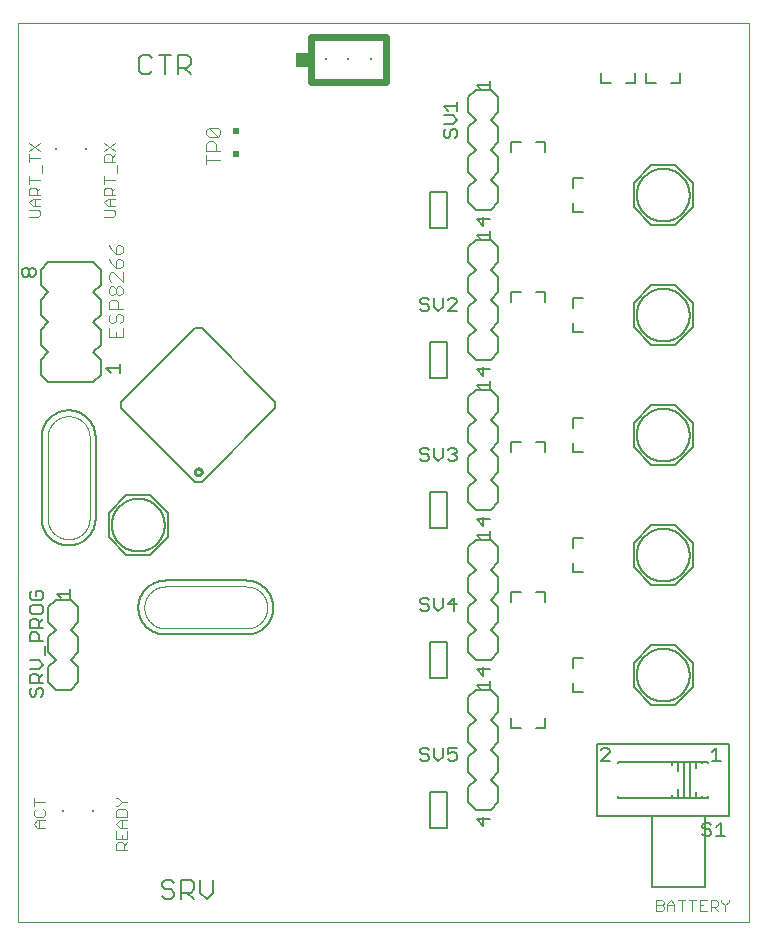
<source format=gto>
G75*
%MOIN*%
%OFA0B0*%
%FSLAX25Y25*%
%IPPOS*%
%LPD*%
%AMOC8*
5,1,8,0,0,1.08239X$1,22.5*
%
%ADD10C,0.00000*%
%ADD11C,0.00600*%
%ADD12C,0.02400*%
%ADD13R,0.05000X0.05000*%
%ADD14C,0.00400*%
%ADD15C,0.00500*%
%ADD16C,0.00200*%
%ADD17R,0.00787X0.00787*%
%ADD18C,0.00300*%
%ADD19R,0.02000X0.02000*%
%ADD20C,0.00800*%
%ADD21C,0.01000*%
D10*
X0001800Y0001800D02*
X0001800Y0301761D01*
X0245501Y0301761D01*
X0245501Y0001800D01*
X0001800Y0001800D01*
D11*
X0049600Y0010668D02*
X0050668Y0009600D01*
X0052803Y0009600D01*
X0053870Y0010668D01*
X0053870Y0011735D01*
X0052803Y0012803D01*
X0050668Y0012803D01*
X0049600Y0013870D01*
X0049600Y0014938D01*
X0050668Y0016005D01*
X0052803Y0016005D01*
X0053870Y0014938D01*
X0056045Y0016005D02*
X0056045Y0009600D01*
X0056045Y0011735D02*
X0059248Y0011735D01*
X0060316Y0012803D01*
X0060316Y0014938D01*
X0059248Y0016005D01*
X0056045Y0016005D01*
X0058181Y0011735D02*
X0060316Y0009600D01*
X0062491Y0011735D02*
X0064626Y0009600D01*
X0066761Y0011735D01*
X0066761Y0016005D01*
X0062491Y0016005D02*
X0062491Y0011735D01*
X0019300Y0079300D02*
X0014300Y0079300D01*
X0011800Y0081800D01*
X0011800Y0086800D01*
X0014300Y0089300D01*
X0011800Y0091800D01*
X0011800Y0096800D01*
X0014300Y0099300D01*
X0011800Y0101800D01*
X0011800Y0106800D01*
X0014300Y0109300D01*
X0019300Y0109300D01*
X0021800Y0106800D01*
X0021800Y0101800D01*
X0019300Y0099300D01*
X0021800Y0096800D01*
X0021800Y0091800D01*
X0019300Y0089300D01*
X0021800Y0086800D01*
X0021800Y0081800D01*
X0019300Y0079300D01*
X0050800Y0097800D02*
X0077800Y0097800D01*
X0078019Y0097803D01*
X0078238Y0097811D01*
X0078457Y0097824D01*
X0078675Y0097843D01*
X0078893Y0097867D01*
X0079110Y0097896D01*
X0079327Y0097930D01*
X0079542Y0097970D01*
X0079757Y0098015D01*
X0079970Y0098066D01*
X0080182Y0098121D01*
X0080393Y0098182D01*
X0080602Y0098247D01*
X0080809Y0098318D01*
X0081015Y0098394D01*
X0081219Y0098475D01*
X0081421Y0098560D01*
X0081620Y0098651D01*
X0081817Y0098746D01*
X0082012Y0098847D01*
X0082205Y0098952D01*
X0082395Y0099061D01*
X0082582Y0099175D01*
X0082766Y0099294D01*
X0082947Y0099417D01*
X0083125Y0099545D01*
X0083301Y0099677D01*
X0083472Y0099813D01*
X0083641Y0099953D01*
X0083806Y0100097D01*
X0083967Y0100245D01*
X0084125Y0100397D01*
X0084279Y0100553D01*
X0084429Y0100713D01*
X0084576Y0100876D01*
X0084718Y0101043D01*
X0084856Y0101213D01*
X0084990Y0101387D01*
X0085120Y0101563D01*
X0085245Y0101743D01*
X0085366Y0101926D01*
X0085482Y0102112D01*
X0085594Y0102300D01*
X0085701Y0102491D01*
X0085804Y0102685D01*
X0085902Y0102881D01*
X0085995Y0103079D01*
X0086083Y0103280D01*
X0086166Y0103483D01*
X0086245Y0103688D01*
X0086318Y0103894D01*
X0086386Y0104102D01*
X0086449Y0104312D01*
X0086507Y0104524D01*
X0086560Y0104736D01*
X0086608Y0104950D01*
X0086650Y0105165D01*
X0086687Y0105381D01*
X0086719Y0105598D01*
X0086746Y0105816D01*
X0086767Y0106034D01*
X0086783Y0106252D01*
X0086794Y0106471D01*
X0086799Y0106690D01*
X0086799Y0106910D01*
X0086794Y0107129D01*
X0086783Y0107348D01*
X0086767Y0107566D01*
X0086746Y0107784D01*
X0086719Y0108002D01*
X0086687Y0108219D01*
X0086650Y0108435D01*
X0086608Y0108650D01*
X0086560Y0108864D01*
X0086507Y0109076D01*
X0086449Y0109288D01*
X0086386Y0109498D01*
X0086318Y0109706D01*
X0086245Y0109912D01*
X0086166Y0110117D01*
X0086083Y0110320D01*
X0085995Y0110521D01*
X0085902Y0110719D01*
X0085804Y0110915D01*
X0085701Y0111109D01*
X0085594Y0111300D01*
X0085482Y0111488D01*
X0085366Y0111674D01*
X0085245Y0111857D01*
X0085120Y0112037D01*
X0084990Y0112213D01*
X0084856Y0112387D01*
X0084718Y0112557D01*
X0084576Y0112724D01*
X0084429Y0112887D01*
X0084279Y0113047D01*
X0084125Y0113203D01*
X0083967Y0113355D01*
X0083806Y0113503D01*
X0083641Y0113647D01*
X0083472Y0113787D01*
X0083301Y0113923D01*
X0083125Y0114055D01*
X0082947Y0114183D01*
X0082766Y0114306D01*
X0082582Y0114425D01*
X0082395Y0114539D01*
X0082205Y0114648D01*
X0082012Y0114753D01*
X0081817Y0114854D01*
X0081620Y0114949D01*
X0081421Y0115040D01*
X0081219Y0115125D01*
X0081015Y0115206D01*
X0080809Y0115282D01*
X0080602Y0115353D01*
X0080393Y0115418D01*
X0080182Y0115479D01*
X0079970Y0115534D01*
X0079757Y0115585D01*
X0079542Y0115630D01*
X0079327Y0115670D01*
X0079110Y0115704D01*
X0078893Y0115733D01*
X0078675Y0115757D01*
X0078457Y0115776D01*
X0078238Y0115789D01*
X0078019Y0115797D01*
X0077800Y0115800D01*
X0050800Y0115800D01*
X0050581Y0115797D01*
X0050362Y0115789D01*
X0050143Y0115776D01*
X0049925Y0115757D01*
X0049707Y0115733D01*
X0049490Y0115704D01*
X0049273Y0115670D01*
X0049058Y0115630D01*
X0048843Y0115585D01*
X0048630Y0115534D01*
X0048418Y0115479D01*
X0048207Y0115418D01*
X0047998Y0115353D01*
X0047791Y0115282D01*
X0047585Y0115206D01*
X0047381Y0115125D01*
X0047179Y0115040D01*
X0046980Y0114949D01*
X0046783Y0114854D01*
X0046588Y0114753D01*
X0046395Y0114648D01*
X0046205Y0114539D01*
X0046018Y0114425D01*
X0045834Y0114306D01*
X0045653Y0114183D01*
X0045475Y0114055D01*
X0045299Y0113923D01*
X0045128Y0113787D01*
X0044959Y0113647D01*
X0044794Y0113503D01*
X0044633Y0113355D01*
X0044475Y0113203D01*
X0044321Y0113047D01*
X0044171Y0112887D01*
X0044024Y0112724D01*
X0043882Y0112557D01*
X0043744Y0112387D01*
X0043610Y0112213D01*
X0043480Y0112037D01*
X0043355Y0111857D01*
X0043234Y0111674D01*
X0043118Y0111488D01*
X0043006Y0111300D01*
X0042899Y0111109D01*
X0042796Y0110915D01*
X0042698Y0110719D01*
X0042605Y0110521D01*
X0042517Y0110320D01*
X0042434Y0110117D01*
X0042355Y0109912D01*
X0042282Y0109706D01*
X0042214Y0109498D01*
X0042151Y0109288D01*
X0042093Y0109076D01*
X0042040Y0108864D01*
X0041992Y0108650D01*
X0041950Y0108435D01*
X0041913Y0108219D01*
X0041881Y0108002D01*
X0041854Y0107784D01*
X0041833Y0107566D01*
X0041817Y0107348D01*
X0041806Y0107129D01*
X0041801Y0106910D01*
X0041801Y0106690D01*
X0041806Y0106471D01*
X0041817Y0106252D01*
X0041833Y0106034D01*
X0041854Y0105816D01*
X0041881Y0105598D01*
X0041913Y0105381D01*
X0041950Y0105165D01*
X0041992Y0104950D01*
X0042040Y0104736D01*
X0042093Y0104524D01*
X0042151Y0104312D01*
X0042214Y0104102D01*
X0042282Y0103894D01*
X0042355Y0103688D01*
X0042434Y0103483D01*
X0042517Y0103280D01*
X0042605Y0103079D01*
X0042698Y0102881D01*
X0042796Y0102685D01*
X0042899Y0102491D01*
X0043006Y0102300D01*
X0043118Y0102112D01*
X0043234Y0101926D01*
X0043355Y0101743D01*
X0043480Y0101563D01*
X0043610Y0101387D01*
X0043744Y0101213D01*
X0043882Y0101043D01*
X0044024Y0100876D01*
X0044171Y0100713D01*
X0044321Y0100553D01*
X0044475Y0100397D01*
X0044633Y0100245D01*
X0044794Y0100097D01*
X0044959Y0099953D01*
X0045128Y0099813D01*
X0045299Y0099677D01*
X0045475Y0099545D01*
X0045653Y0099417D01*
X0045834Y0099294D01*
X0046018Y0099175D01*
X0046205Y0099061D01*
X0046395Y0098952D01*
X0046588Y0098847D01*
X0046783Y0098746D01*
X0046980Y0098651D01*
X0047179Y0098560D01*
X0047381Y0098475D01*
X0047585Y0098394D01*
X0047791Y0098318D01*
X0047998Y0098247D01*
X0048207Y0098182D01*
X0048418Y0098121D01*
X0048630Y0098066D01*
X0048843Y0098015D01*
X0049058Y0097970D01*
X0049273Y0097930D01*
X0049490Y0097896D01*
X0049707Y0097867D01*
X0049925Y0097843D01*
X0050143Y0097824D01*
X0050362Y0097811D01*
X0050581Y0097803D01*
X0050800Y0097800D01*
X0027568Y0136532D02*
X0027568Y0163532D01*
X0027565Y0163751D01*
X0027557Y0163970D01*
X0027544Y0164189D01*
X0027525Y0164407D01*
X0027501Y0164625D01*
X0027472Y0164842D01*
X0027438Y0165059D01*
X0027398Y0165274D01*
X0027353Y0165489D01*
X0027302Y0165702D01*
X0027247Y0165914D01*
X0027186Y0166125D01*
X0027121Y0166334D01*
X0027050Y0166541D01*
X0026974Y0166747D01*
X0026893Y0166951D01*
X0026808Y0167153D01*
X0026717Y0167352D01*
X0026622Y0167549D01*
X0026521Y0167744D01*
X0026416Y0167937D01*
X0026307Y0168127D01*
X0026193Y0168314D01*
X0026074Y0168498D01*
X0025951Y0168679D01*
X0025823Y0168857D01*
X0025691Y0169033D01*
X0025555Y0169204D01*
X0025415Y0169373D01*
X0025271Y0169538D01*
X0025123Y0169699D01*
X0024971Y0169857D01*
X0024815Y0170011D01*
X0024655Y0170161D01*
X0024492Y0170308D01*
X0024325Y0170450D01*
X0024155Y0170588D01*
X0023981Y0170722D01*
X0023805Y0170852D01*
X0023625Y0170977D01*
X0023442Y0171098D01*
X0023256Y0171214D01*
X0023068Y0171326D01*
X0022877Y0171433D01*
X0022683Y0171536D01*
X0022487Y0171634D01*
X0022289Y0171727D01*
X0022088Y0171815D01*
X0021885Y0171898D01*
X0021680Y0171977D01*
X0021474Y0172050D01*
X0021266Y0172118D01*
X0021056Y0172181D01*
X0020844Y0172239D01*
X0020632Y0172292D01*
X0020418Y0172340D01*
X0020203Y0172382D01*
X0019987Y0172419D01*
X0019770Y0172451D01*
X0019552Y0172478D01*
X0019334Y0172499D01*
X0019116Y0172515D01*
X0018897Y0172526D01*
X0018678Y0172531D01*
X0018458Y0172531D01*
X0018239Y0172526D01*
X0018020Y0172515D01*
X0017802Y0172499D01*
X0017584Y0172478D01*
X0017366Y0172451D01*
X0017149Y0172419D01*
X0016933Y0172382D01*
X0016718Y0172340D01*
X0016504Y0172292D01*
X0016292Y0172239D01*
X0016080Y0172181D01*
X0015870Y0172118D01*
X0015662Y0172050D01*
X0015456Y0171977D01*
X0015251Y0171898D01*
X0015048Y0171815D01*
X0014847Y0171727D01*
X0014649Y0171634D01*
X0014453Y0171536D01*
X0014259Y0171433D01*
X0014068Y0171326D01*
X0013880Y0171214D01*
X0013694Y0171098D01*
X0013511Y0170977D01*
X0013331Y0170852D01*
X0013155Y0170722D01*
X0012981Y0170588D01*
X0012811Y0170450D01*
X0012644Y0170308D01*
X0012481Y0170161D01*
X0012321Y0170011D01*
X0012165Y0169857D01*
X0012013Y0169699D01*
X0011865Y0169538D01*
X0011721Y0169373D01*
X0011581Y0169204D01*
X0011445Y0169033D01*
X0011313Y0168857D01*
X0011185Y0168679D01*
X0011062Y0168498D01*
X0010943Y0168314D01*
X0010829Y0168127D01*
X0010720Y0167937D01*
X0010615Y0167744D01*
X0010514Y0167549D01*
X0010419Y0167352D01*
X0010328Y0167153D01*
X0010243Y0166951D01*
X0010162Y0166747D01*
X0010086Y0166541D01*
X0010015Y0166334D01*
X0009950Y0166125D01*
X0009889Y0165914D01*
X0009834Y0165702D01*
X0009783Y0165489D01*
X0009738Y0165274D01*
X0009698Y0165059D01*
X0009664Y0164842D01*
X0009635Y0164625D01*
X0009611Y0164407D01*
X0009592Y0164189D01*
X0009579Y0163970D01*
X0009571Y0163751D01*
X0009568Y0163532D01*
X0009568Y0136532D01*
X0009571Y0136313D01*
X0009579Y0136094D01*
X0009592Y0135875D01*
X0009611Y0135657D01*
X0009635Y0135439D01*
X0009664Y0135222D01*
X0009698Y0135005D01*
X0009738Y0134790D01*
X0009783Y0134575D01*
X0009834Y0134362D01*
X0009889Y0134150D01*
X0009950Y0133939D01*
X0010015Y0133730D01*
X0010086Y0133523D01*
X0010162Y0133317D01*
X0010243Y0133113D01*
X0010328Y0132911D01*
X0010419Y0132712D01*
X0010514Y0132515D01*
X0010615Y0132320D01*
X0010720Y0132127D01*
X0010829Y0131937D01*
X0010943Y0131750D01*
X0011062Y0131566D01*
X0011185Y0131385D01*
X0011313Y0131207D01*
X0011445Y0131031D01*
X0011581Y0130860D01*
X0011721Y0130691D01*
X0011865Y0130526D01*
X0012013Y0130365D01*
X0012165Y0130207D01*
X0012321Y0130053D01*
X0012481Y0129903D01*
X0012644Y0129756D01*
X0012811Y0129614D01*
X0012981Y0129476D01*
X0013155Y0129342D01*
X0013331Y0129212D01*
X0013511Y0129087D01*
X0013694Y0128966D01*
X0013880Y0128850D01*
X0014068Y0128738D01*
X0014259Y0128631D01*
X0014453Y0128528D01*
X0014649Y0128430D01*
X0014847Y0128337D01*
X0015048Y0128249D01*
X0015251Y0128166D01*
X0015456Y0128087D01*
X0015662Y0128014D01*
X0015870Y0127946D01*
X0016080Y0127883D01*
X0016292Y0127825D01*
X0016504Y0127772D01*
X0016718Y0127724D01*
X0016933Y0127682D01*
X0017149Y0127645D01*
X0017366Y0127613D01*
X0017584Y0127586D01*
X0017802Y0127565D01*
X0018020Y0127549D01*
X0018239Y0127538D01*
X0018458Y0127533D01*
X0018678Y0127533D01*
X0018897Y0127538D01*
X0019116Y0127549D01*
X0019334Y0127565D01*
X0019552Y0127586D01*
X0019770Y0127613D01*
X0019987Y0127645D01*
X0020203Y0127682D01*
X0020418Y0127724D01*
X0020632Y0127772D01*
X0020844Y0127825D01*
X0021056Y0127883D01*
X0021266Y0127946D01*
X0021474Y0128014D01*
X0021680Y0128087D01*
X0021885Y0128166D01*
X0022088Y0128249D01*
X0022289Y0128337D01*
X0022487Y0128430D01*
X0022683Y0128528D01*
X0022877Y0128631D01*
X0023068Y0128738D01*
X0023256Y0128850D01*
X0023442Y0128966D01*
X0023625Y0129087D01*
X0023805Y0129212D01*
X0023981Y0129342D01*
X0024155Y0129476D01*
X0024325Y0129614D01*
X0024492Y0129756D01*
X0024655Y0129903D01*
X0024815Y0130053D01*
X0024971Y0130207D01*
X0025123Y0130365D01*
X0025271Y0130526D01*
X0025415Y0130691D01*
X0025555Y0130860D01*
X0025691Y0131031D01*
X0025823Y0131207D01*
X0025951Y0131385D01*
X0026074Y0131566D01*
X0026193Y0131750D01*
X0026307Y0131937D01*
X0026416Y0132127D01*
X0026521Y0132320D01*
X0026622Y0132515D01*
X0026717Y0132712D01*
X0026808Y0132911D01*
X0026893Y0133113D01*
X0026974Y0133317D01*
X0027050Y0133523D01*
X0027121Y0133730D01*
X0027186Y0133939D01*
X0027247Y0134150D01*
X0027302Y0134362D01*
X0027353Y0134575D01*
X0027398Y0134790D01*
X0027438Y0135005D01*
X0027472Y0135222D01*
X0027501Y0135439D01*
X0027525Y0135657D01*
X0027544Y0135875D01*
X0027557Y0136094D01*
X0027565Y0136313D01*
X0027568Y0136532D01*
X0026800Y0181800D02*
X0011800Y0181800D01*
X0009300Y0184300D01*
X0009300Y0189300D01*
X0011800Y0191800D01*
X0009300Y0194300D01*
X0009300Y0199300D01*
X0011800Y0201800D01*
X0009300Y0204300D01*
X0009300Y0209300D01*
X0011800Y0211800D01*
X0009300Y0214300D01*
X0009300Y0219300D01*
X0011800Y0221800D01*
X0026800Y0221800D01*
X0029300Y0219300D01*
X0029300Y0214300D01*
X0026800Y0211800D01*
X0029300Y0209300D01*
X0029300Y0204300D01*
X0026800Y0201800D01*
X0029300Y0199300D01*
X0029300Y0194300D01*
X0026800Y0191800D01*
X0029300Y0189300D01*
X0029300Y0184300D01*
X0026800Y0181800D01*
X0043168Y0284600D02*
X0045303Y0284600D01*
X0046370Y0285668D01*
X0043168Y0284600D02*
X0042100Y0285668D01*
X0042100Y0289938D01*
X0043168Y0291005D01*
X0045303Y0291005D01*
X0046370Y0289938D01*
X0048545Y0291005D02*
X0052816Y0291005D01*
X0050681Y0291005D02*
X0050681Y0284600D01*
X0054991Y0284600D02*
X0054991Y0291005D01*
X0058194Y0291005D01*
X0059261Y0289938D01*
X0059261Y0287803D01*
X0058194Y0286735D01*
X0054991Y0286735D01*
X0057126Y0286735D02*
X0059261Y0284600D01*
X0138993Y0245379D02*
X0138993Y0233221D01*
X0144603Y0233221D01*
X0144603Y0245379D01*
X0138993Y0245379D01*
X0151800Y0246800D02*
X0151800Y0241800D01*
X0154300Y0239300D01*
X0159300Y0239300D01*
X0161800Y0241800D01*
X0161800Y0246800D01*
X0159300Y0249300D01*
X0161800Y0251800D01*
X0161800Y0256800D01*
X0159300Y0259300D01*
X0161800Y0261800D01*
X0161800Y0266800D01*
X0159300Y0269300D01*
X0161800Y0271800D01*
X0161800Y0276800D01*
X0159300Y0279300D01*
X0154300Y0279300D01*
X0151800Y0276800D01*
X0151800Y0271800D01*
X0154300Y0269300D01*
X0151800Y0266800D01*
X0151800Y0261800D01*
X0154300Y0259300D01*
X0151800Y0256800D01*
X0151800Y0251800D01*
X0154300Y0249300D01*
X0151800Y0246800D01*
X0166200Y0258570D02*
X0166200Y0261900D01*
X0169211Y0261900D01*
X0174291Y0261900D02*
X0177400Y0261900D01*
X0177400Y0258570D01*
X0186700Y0249900D02*
X0186700Y0246791D01*
X0186700Y0249900D02*
X0190030Y0249900D01*
X0186700Y0241711D02*
X0186700Y0238700D01*
X0190030Y0238700D01*
X0190030Y0209900D02*
X0186700Y0209900D01*
X0186700Y0206791D01*
X0186700Y0201711D02*
X0186700Y0198700D01*
X0190030Y0198700D01*
X0177400Y0208570D02*
X0177400Y0211900D01*
X0174291Y0211900D01*
X0169211Y0211900D02*
X0166200Y0211900D01*
X0166200Y0208570D01*
X0161800Y0206800D02*
X0161800Y0201800D01*
X0159300Y0199300D01*
X0161800Y0196800D01*
X0161800Y0191800D01*
X0159300Y0189300D01*
X0154300Y0189300D01*
X0151800Y0191800D01*
X0151800Y0196800D01*
X0154300Y0199300D01*
X0151800Y0201800D01*
X0151800Y0206800D01*
X0154300Y0209300D01*
X0151800Y0211800D01*
X0151800Y0216800D01*
X0154300Y0219300D01*
X0151800Y0221800D01*
X0151800Y0226800D01*
X0154300Y0229300D01*
X0159300Y0229300D01*
X0161800Y0226800D01*
X0161800Y0221800D01*
X0159300Y0219300D01*
X0161800Y0216800D01*
X0161800Y0211800D01*
X0159300Y0209300D01*
X0161800Y0206800D01*
X0144603Y0195379D02*
X0144603Y0183221D01*
X0138993Y0183221D01*
X0138993Y0195379D01*
X0144603Y0195379D01*
X0154300Y0179300D02*
X0151800Y0176800D01*
X0151800Y0171800D01*
X0154300Y0169300D01*
X0151800Y0166800D01*
X0151800Y0161800D01*
X0154300Y0159300D01*
X0151800Y0156800D01*
X0151800Y0151800D01*
X0154300Y0149300D01*
X0151800Y0146800D01*
X0151800Y0141800D01*
X0154300Y0139300D01*
X0159300Y0139300D01*
X0161800Y0141800D01*
X0161800Y0146800D01*
X0159300Y0149300D01*
X0161800Y0151800D01*
X0161800Y0156800D01*
X0159300Y0159300D01*
X0161800Y0161800D01*
X0161800Y0166800D01*
X0159300Y0169300D01*
X0161800Y0171800D01*
X0161800Y0176800D01*
X0159300Y0179300D01*
X0154300Y0179300D01*
X0166200Y0161900D02*
X0169211Y0161900D01*
X0166200Y0161900D02*
X0166200Y0158570D01*
X0174291Y0161900D02*
X0177400Y0161900D01*
X0177400Y0158570D01*
X0186700Y0158700D02*
X0186700Y0161711D01*
X0186700Y0158700D02*
X0190030Y0158700D01*
X0186700Y0166791D02*
X0186700Y0169900D01*
X0190030Y0169900D01*
X0190030Y0129900D02*
X0186700Y0129900D01*
X0186700Y0126791D01*
X0186700Y0121711D02*
X0186700Y0118700D01*
X0190030Y0118700D01*
X0177400Y0111900D02*
X0177400Y0108570D01*
X0177400Y0111900D02*
X0174291Y0111900D01*
X0169211Y0111900D02*
X0166200Y0111900D01*
X0166200Y0108570D01*
X0161800Y0106800D02*
X0161800Y0101800D01*
X0159300Y0099300D01*
X0161800Y0096800D01*
X0161800Y0091800D01*
X0159300Y0089300D01*
X0154300Y0089300D01*
X0151800Y0091800D01*
X0151800Y0096800D01*
X0154300Y0099300D01*
X0151800Y0101800D01*
X0151800Y0106800D01*
X0154300Y0109300D01*
X0151800Y0111800D01*
X0151800Y0116800D01*
X0154300Y0119300D01*
X0151800Y0121800D01*
X0151800Y0126800D01*
X0154300Y0129300D01*
X0159300Y0129300D01*
X0161800Y0126800D01*
X0161800Y0121800D01*
X0159300Y0119300D01*
X0161800Y0116800D01*
X0161800Y0111800D01*
X0159300Y0109300D01*
X0161800Y0106800D01*
X0144603Y0095379D02*
X0144603Y0083221D01*
X0138993Y0083221D01*
X0138993Y0095379D01*
X0144603Y0095379D01*
X0154300Y0079300D02*
X0151800Y0076800D01*
X0151800Y0071800D01*
X0154300Y0069300D01*
X0151800Y0066800D01*
X0151800Y0061800D01*
X0154300Y0059300D01*
X0151800Y0056800D01*
X0151800Y0051800D01*
X0154300Y0049300D01*
X0151800Y0046800D01*
X0151800Y0041800D01*
X0154300Y0039300D01*
X0159300Y0039300D01*
X0161800Y0041800D01*
X0161800Y0046800D01*
X0159300Y0049300D01*
X0161800Y0051800D01*
X0161800Y0056800D01*
X0159300Y0059300D01*
X0161800Y0061800D01*
X0161800Y0066800D01*
X0159300Y0069300D01*
X0161800Y0071800D01*
X0161800Y0076800D01*
X0159300Y0079300D01*
X0154300Y0079300D01*
X0166200Y0070030D02*
X0166200Y0066700D01*
X0169309Y0066700D01*
X0174389Y0066700D02*
X0177400Y0066700D01*
X0177400Y0070030D01*
X0186700Y0078700D02*
X0186700Y0081711D01*
X0186700Y0078700D02*
X0190030Y0078700D01*
X0186700Y0086791D02*
X0186700Y0089900D01*
X0190030Y0089900D01*
X0194800Y0061300D02*
X0238800Y0061300D01*
X0238800Y0037300D01*
X0194800Y0037300D01*
X0194800Y0061300D01*
X0201800Y0055300D02*
X0201800Y0054800D01*
X0201800Y0055300D02*
X0219800Y0055300D01*
X0221800Y0055300D01*
X0223800Y0055300D01*
X0225800Y0055300D01*
X0227800Y0055300D01*
X0229800Y0055300D01*
X0231800Y0055300D01*
X0231800Y0054800D01*
X0229800Y0054800D02*
X0229800Y0055300D01*
X0227800Y0055300D02*
X0227800Y0053300D01*
X0225800Y0055300D02*
X0225800Y0043300D01*
X0227800Y0043300D01*
X0227800Y0045300D01*
X0227800Y0043300D02*
X0229800Y0043300D01*
X0229800Y0043800D01*
X0229800Y0043300D02*
X0231800Y0043300D01*
X0231800Y0043800D01*
X0225800Y0043300D02*
X0223800Y0043300D01*
X0221800Y0043300D01*
X0219800Y0043300D01*
X0201800Y0043300D01*
X0201800Y0043800D01*
X0219800Y0043300D02*
X0219800Y0044300D01*
X0221800Y0043300D02*
X0221800Y0046300D01*
X0223800Y0043300D02*
X0223800Y0055300D01*
X0221800Y0055300D02*
X0221800Y0052300D01*
X0219800Y0054300D02*
X0219800Y0055300D01*
X0144603Y0045379D02*
X0144603Y0033221D01*
X0138993Y0033221D01*
X0138993Y0045379D01*
X0144603Y0045379D01*
X0144603Y0133221D02*
X0138993Y0133221D01*
X0138993Y0145379D01*
X0144603Y0145379D01*
X0144603Y0133221D01*
X0196200Y0281700D02*
X0199309Y0281700D01*
X0196200Y0281700D02*
X0196200Y0285030D01*
X0204389Y0281700D02*
X0207400Y0281700D01*
X0207400Y0285030D01*
X0211200Y0285030D02*
X0211200Y0281700D01*
X0214309Y0281700D01*
X0219389Y0281700D02*
X0222400Y0281700D01*
X0222400Y0285030D01*
D12*
X0124300Y0281800D02*
X0099300Y0281800D01*
X0099300Y0296800D01*
X0124300Y0296800D01*
X0124300Y0281800D01*
D13*
X0096800Y0289300D03*
D14*
X0069100Y0266010D02*
X0069100Y0264475D01*
X0068333Y0263708D01*
X0065263Y0266777D01*
X0068333Y0266777D01*
X0069100Y0266010D01*
X0068333Y0263708D02*
X0065263Y0263708D01*
X0064496Y0264475D01*
X0064496Y0266010D01*
X0065263Y0266777D01*
X0065263Y0262173D02*
X0064496Y0261406D01*
X0064496Y0259104D01*
X0069100Y0259104D01*
X0067565Y0259104D02*
X0067565Y0261406D01*
X0066798Y0262173D01*
X0065263Y0262173D01*
X0064496Y0257569D02*
X0064496Y0254500D01*
X0064496Y0256035D02*
X0069100Y0256035D01*
X0036600Y0226926D02*
X0035833Y0227693D01*
X0035065Y0227693D01*
X0034298Y0226926D01*
X0034298Y0224624D01*
X0035833Y0224624D01*
X0036600Y0225391D01*
X0036600Y0226926D01*
X0034298Y0224624D02*
X0032763Y0226158D01*
X0031996Y0227693D01*
X0031996Y0223089D02*
X0032763Y0221554D01*
X0034298Y0220020D01*
X0034298Y0222322D01*
X0035065Y0223089D01*
X0035833Y0223089D01*
X0036600Y0222322D01*
X0036600Y0220787D01*
X0035833Y0220020D01*
X0034298Y0220020D01*
X0033531Y0218485D02*
X0032763Y0218485D01*
X0031996Y0217718D01*
X0031996Y0216183D01*
X0032763Y0215416D01*
X0032763Y0213881D02*
X0033531Y0213881D01*
X0034298Y0213114D01*
X0034298Y0211579D01*
X0033531Y0210812D01*
X0032763Y0210812D01*
X0031996Y0211579D01*
X0031996Y0213114D01*
X0032763Y0213881D01*
X0034298Y0213114D02*
X0035065Y0213881D01*
X0035833Y0213881D01*
X0036600Y0213114D01*
X0036600Y0211579D01*
X0035833Y0210812D01*
X0035065Y0210812D01*
X0034298Y0211579D01*
X0034298Y0209277D02*
X0035065Y0208510D01*
X0035065Y0206208D01*
X0035065Y0204673D02*
X0035833Y0204673D01*
X0036600Y0203906D01*
X0036600Y0202371D01*
X0035833Y0201604D01*
X0036600Y0200069D02*
X0036600Y0197000D01*
X0031996Y0197000D01*
X0031996Y0200069D01*
X0032763Y0201604D02*
X0031996Y0202371D01*
X0031996Y0203906D01*
X0032763Y0204673D01*
X0031996Y0206208D02*
X0031996Y0208510D01*
X0032763Y0209277D01*
X0034298Y0209277D01*
X0036600Y0206208D02*
X0031996Y0206208D01*
X0034298Y0203906D02*
X0034298Y0202371D01*
X0033531Y0201604D01*
X0032763Y0201604D01*
X0034298Y0203906D02*
X0035065Y0204673D01*
X0034298Y0198535D02*
X0034298Y0197000D01*
X0036600Y0215416D02*
X0033531Y0218485D01*
X0036600Y0218485D02*
X0036600Y0215416D01*
D15*
X0035550Y0188053D02*
X0035550Y0185050D01*
X0035550Y0186551D02*
X0031046Y0186551D01*
X0032547Y0185050D01*
X0006799Y0217050D02*
X0006049Y0217050D01*
X0005298Y0217801D01*
X0005298Y0219302D01*
X0006049Y0220053D01*
X0006799Y0220053D01*
X0007550Y0219302D01*
X0007550Y0217801D01*
X0006799Y0217050D01*
X0005298Y0217801D02*
X0004547Y0217050D01*
X0003797Y0217050D01*
X0003046Y0217801D01*
X0003046Y0219302D01*
X0003797Y0220053D01*
X0004547Y0220053D01*
X0005298Y0219302D01*
X0037863Y0144143D02*
X0031957Y0138237D01*
X0031957Y0130363D01*
X0037863Y0124457D01*
X0045737Y0124457D01*
X0051643Y0130363D01*
X0051643Y0138237D01*
X0045737Y0144143D01*
X0037863Y0144143D01*
X0032997Y0134300D02*
X0033000Y0134516D01*
X0033008Y0134732D01*
X0033021Y0134948D01*
X0033039Y0135163D01*
X0033063Y0135378D01*
X0033092Y0135592D01*
X0033127Y0135805D01*
X0033166Y0136017D01*
X0033211Y0136229D01*
X0033261Y0136439D01*
X0033316Y0136648D01*
X0033376Y0136855D01*
X0033441Y0137061D01*
X0033512Y0137266D01*
X0033587Y0137468D01*
X0033667Y0137669D01*
X0033752Y0137867D01*
X0033842Y0138064D01*
X0033937Y0138258D01*
X0034036Y0138450D01*
X0034141Y0138639D01*
X0034249Y0138826D01*
X0034363Y0139010D01*
X0034481Y0139191D01*
X0034603Y0139369D01*
X0034729Y0139544D01*
X0034860Y0139716D01*
X0034995Y0139885D01*
X0035134Y0140050D01*
X0035277Y0140212D01*
X0035424Y0140370D01*
X0035575Y0140525D01*
X0035730Y0140676D01*
X0035888Y0140823D01*
X0036050Y0140966D01*
X0036215Y0141105D01*
X0036384Y0141240D01*
X0036556Y0141371D01*
X0036731Y0141497D01*
X0036909Y0141619D01*
X0037090Y0141737D01*
X0037274Y0141851D01*
X0037461Y0141959D01*
X0037650Y0142064D01*
X0037842Y0142163D01*
X0038036Y0142258D01*
X0038233Y0142348D01*
X0038431Y0142433D01*
X0038632Y0142513D01*
X0038834Y0142588D01*
X0039039Y0142659D01*
X0039245Y0142724D01*
X0039452Y0142784D01*
X0039661Y0142839D01*
X0039871Y0142889D01*
X0040083Y0142934D01*
X0040295Y0142973D01*
X0040508Y0143008D01*
X0040722Y0143037D01*
X0040937Y0143061D01*
X0041152Y0143079D01*
X0041368Y0143092D01*
X0041584Y0143100D01*
X0041800Y0143103D01*
X0042016Y0143100D01*
X0042232Y0143092D01*
X0042448Y0143079D01*
X0042663Y0143061D01*
X0042878Y0143037D01*
X0043092Y0143008D01*
X0043305Y0142973D01*
X0043517Y0142934D01*
X0043729Y0142889D01*
X0043939Y0142839D01*
X0044148Y0142784D01*
X0044355Y0142724D01*
X0044561Y0142659D01*
X0044766Y0142588D01*
X0044968Y0142513D01*
X0045169Y0142433D01*
X0045367Y0142348D01*
X0045564Y0142258D01*
X0045758Y0142163D01*
X0045950Y0142064D01*
X0046139Y0141959D01*
X0046326Y0141851D01*
X0046510Y0141737D01*
X0046691Y0141619D01*
X0046869Y0141497D01*
X0047044Y0141371D01*
X0047216Y0141240D01*
X0047385Y0141105D01*
X0047550Y0140966D01*
X0047712Y0140823D01*
X0047870Y0140676D01*
X0048025Y0140525D01*
X0048176Y0140370D01*
X0048323Y0140212D01*
X0048466Y0140050D01*
X0048605Y0139885D01*
X0048740Y0139716D01*
X0048871Y0139544D01*
X0048997Y0139369D01*
X0049119Y0139191D01*
X0049237Y0139010D01*
X0049351Y0138826D01*
X0049459Y0138639D01*
X0049564Y0138450D01*
X0049663Y0138258D01*
X0049758Y0138064D01*
X0049848Y0137867D01*
X0049933Y0137669D01*
X0050013Y0137468D01*
X0050088Y0137266D01*
X0050159Y0137061D01*
X0050224Y0136855D01*
X0050284Y0136648D01*
X0050339Y0136439D01*
X0050389Y0136229D01*
X0050434Y0136017D01*
X0050473Y0135805D01*
X0050508Y0135592D01*
X0050537Y0135378D01*
X0050561Y0135163D01*
X0050579Y0134948D01*
X0050592Y0134732D01*
X0050600Y0134516D01*
X0050603Y0134300D01*
X0050600Y0134084D01*
X0050592Y0133868D01*
X0050579Y0133652D01*
X0050561Y0133437D01*
X0050537Y0133222D01*
X0050508Y0133008D01*
X0050473Y0132795D01*
X0050434Y0132583D01*
X0050389Y0132371D01*
X0050339Y0132161D01*
X0050284Y0131952D01*
X0050224Y0131745D01*
X0050159Y0131539D01*
X0050088Y0131334D01*
X0050013Y0131132D01*
X0049933Y0130931D01*
X0049848Y0130733D01*
X0049758Y0130536D01*
X0049663Y0130342D01*
X0049564Y0130150D01*
X0049459Y0129961D01*
X0049351Y0129774D01*
X0049237Y0129590D01*
X0049119Y0129409D01*
X0048997Y0129231D01*
X0048871Y0129056D01*
X0048740Y0128884D01*
X0048605Y0128715D01*
X0048466Y0128550D01*
X0048323Y0128388D01*
X0048176Y0128230D01*
X0048025Y0128075D01*
X0047870Y0127924D01*
X0047712Y0127777D01*
X0047550Y0127634D01*
X0047385Y0127495D01*
X0047216Y0127360D01*
X0047044Y0127229D01*
X0046869Y0127103D01*
X0046691Y0126981D01*
X0046510Y0126863D01*
X0046326Y0126749D01*
X0046139Y0126641D01*
X0045950Y0126536D01*
X0045758Y0126437D01*
X0045564Y0126342D01*
X0045367Y0126252D01*
X0045169Y0126167D01*
X0044968Y0126087D01*
X0044766Y0126012D01*
X0044561Y0125941D01*
X0044355Y0125876D01*
X0044148Y0125816D01*
X0043939Y0125761D01*
X0043729Y0125711D01*
X0043517Y0125666D01*
X0043305Y0125627D01*
X0043092Y0125592D01*
X0042878Y0125563D01*
X0042663Y0125539D01*
X0042448Y0125521D01*
X0042232Y0125508D01*
X0042016Y0125500D01*
X0041800Y0125497D01*
X0041584Y0125500D01*
X0041368Y0125508D01*
X0041152Y0125521D01*
X0040937Y0125539D01*
X0040722Y0125563D01*
X0040508Y0125592D01*
X0040295Y0125627D01*
X0040083Y0125666D01*
X0039871Y0125711D01*
X0039661Y0125761D01*
X0039452Y0125816D01*
X0039245Y0125876D01*
X0039039Y0125941D01*
X0038834Y0126012D01*
X0038632Y0126087D01*
X0038431Y0126167D01*
X0038233Y0126252D01*
X0038036Y0126342D01*
X0037842Y0126437D01*
X0037650Y0126536D01*
X0037461Y0126641D01*
X0037274Y0126749D01*
X0037090Y0126863D01*
X0036909Y0126981D01*
X0036731Y0127103D01*
X0036556Y0127229D01*
X0036384Y0127360D01*
X0036215Y0127495D01*
X0036050Y0127634D01*
X0035888Y0127777D01*
X0035730Y0127924D01*
X0035575Y0128075D01*
X0035424Y0128230D01*
X0035277Y0128388D01*
X0035134Y0128550D01*
X0034995Y0128715D01*
X0034860Y0128884D01*
X0034729Y0129056D01*
X0034603Y0129231D01*
X0034481Y0129409D01*
X0034363Y0129590D01*
X0034249Y0129774D01*
X0034141Y0129961D01*
X0034036Y0130150D01*
X0033937Y0130342D01*
X0033842Y0130536D01*
X0033752Y0130733D01*
X0033667Y0130931D01*
X0033587Y0131132D01*
X0033512Y0131334D01*
X0033441Y0131539D01*
X0033376Y0131745D01*
X0033316Y0131952D01*
X0033261Y0132161D01*
X0033211Y0132371D01*
X0033166Y0132583D01*
X0033127Y0132795D01*
X0033092Y0133008D01*
X0033063Y0133222D01*
X0033039Y0133437D01*
X0033021Y0133652D01*
X0033008Y0133868D01*
X0033000Y0134084D01*
X0032997Y0134300D01*
X0019050Y0112949D02*
X0019050Y0109946D01*
X0019050Y0111447D02*
X0014546Y0111447D01*
X0016047Y0109946D01*
X0010050Y0110028D02*
X0010050Y0111529D01*
X0009299Y0112280D01*
X0007798Y0112280D01*
X0007798Y0110779D01*
X0006297Y0112280D02*
X0005546Y0111529D01*
X0005546Y0110028D01*
X0006297Y0109277D01*
X0009299Y0109277D01*
X0010050Y0110028D01*
X0009299Y0107676D02*
X0006297Y0107676D01*
X0005546Y0106925D01*
X0005546Y0105424D01*
X0006297Y0104674D01*
X0009299Y0104674D01*
X0010050Y0105424D01*
X0010050Y0106925D01*
X0009299Y0107676D01*
X0010050Y0103072D02*
X0008549Y0101571D01*
X0008549Y0102322D02*
X0008549Y0100070D01*
X0010050Y0100070D02*
X0005546Y0100070D01*
X0005546Y0102322D01*
X0006297Y0103072D01*
X0007798Y0103072D01*
X0008549Y0102322D01*
X0007798Y0098468D02*
X0006297Y0098468D01*
X0005546Y0097718D01*
X0005546Y0095466D01*
X0010050Y0095466D01*
X0008549Y0095466D02*
X0008549Y0097718D01*
X0007798Y0098468D01*
X0010801Y0093864D02*
X0010801Y0090862D01*
X0008549Y0089260D02*
X0010050Y0087759D01*
X0008549Y0086258D01*
X0005546Y0086258D01*
X0006297Y0084656D02*
X0007798Y0084656D01*
X0008549Y0083906D01*
X0008549Y0081654D01*
X0010050Y0081654D02*
X0005546Y0081654D01*
X0005546Y0083906D01*
X0006297Y0084656D01*
X0008549Y0083155D02*
X0010050Y0084656D01*
X0009299Y0080053D02*
X0010050Y0079302D01*
X0010050Y0077801D01*
X0009299Y0077050D01*
X0007798Y0077801D02*
X0007798Y0079302D01*
X0008549Y0080053D01*
X0009299Y0080053D01*
X0007798Y0077801D02*
X0007047Y0077050D01*
X0006297Y0077050D01*
X0005546Y0077801D01*
X0005546Y0079302D01*
X0006297Y0080053D01*
X0005546Y0089260D02*
X0008549Y0089260D01*
X0135738Y0106301D02*
X0136489Y0105550D01*
X0137990Y0105550D01*
X0138741Y0106301D01*
X0138741Y0107051D01*
X0137990Y0107802D01*
X0136489Y0107802D01*
X0135738Y0108553D01*
X0135738Y0109303D01*
X0136489Y0110054D01*
X0137990Y0110054D01*
X0138741Y0109303D01*
X0140342Y0110054D02*
X0140342Y0107051D01*
X0141843Y0105550D01*
X0143345Y0107051D01*
X0143345Y0110054D01*
X0144946Y0107802D02*
X0147949Y0107802D01*
X0147198Y0105550D02*
X0147198Y0110054D01*
X0144946Y0107802D01*
X0154546Y0086198D02*
X0156798Y0083946D01*
X0156798Y0086949D01*
X0159050Y0086198D02*
X0154546Y0086198D01*
X0159050Y0082449D02*
X0159050Y0079446D01*
X0159050Y0080947D02*
X0154546Y0080947D01*
X0156047Y0079446D01*
X0147949Y0060054D02*
X0144946Y0060054D01*
X0144946Y0057802D01*
X0146447Y0058553D01*
X0147198Y0058553D01*
X0147949Y0057802D01*
X0147949Y0056301D01*
X0147198Y0055550D01*
X0145697Y0055550D01*
X0144946Y0056301D01*
X0143345Y0057051D02*
X0143345Y0060054D01*
X0143345Y0057051D02*
X0141843Y0055550D01*
X0140342Y0057051D01*
X0140342Y0060054D01*
X0138741Y0059303D02*
X0137990Y0060054D01*
X0136489Y0060054D01*
X0135738Y0059303D01*
X0135738Y0058553D01*
X0136489Y0057802D01*
X0137990Y0057802D01*
X0138741Y0057051D01*
X0138741Y0056301D01*
X0137990Y0055550D01*
X0136489Y0055550D01*
X0135738Y0056301D01*
X0154546Y0036198D02*
X0156798Y0033946D01*
X0156798Y0036949D01*
X0159050Y0036198D02*
X0154546Y0036198D01*
X0195946Y0055550D02*
X0198949Y0058553D01*
X0198949Y0059303D01*
X0198198Y0060054D01*
X0196697Y0060054D01*
X0195946Y0059303D01*
X0195946Y0055550D02*
X0198949Y0055550D01*
X0212942Y0037174D02*
X0230658Y0037174D01*
X0230658Y0013552D01*
X0212942Y0013552D01*
X0212942Y0037174D01*
X0229842Y0034303D02*
X0229842Y0033553D01*
X0230593Y0032802D01*
X0232094Y0032802D01*
X0232845Y0032051D01*
X0232845Y0031301D01*
X0232094Y0030550D01*
X0230593Y0030550D01*
X0229842Y0031301D01*
X0229842Y0034303D02*
X0230593Y0035054D01*
X0232094Y0035054D01*
X0232845Y0034303D01*
X0234446Y0033553D02*
X0235947Y0035054D01*
X0235947Y0030550D01*
X0234446Y0030550D02*
X0237449Y0030550D01*
X0235949Y0055550D02*
X0232946Y0055550D01*
X0234447Y0055550D02*
X0234447Y0060054D01*
X0232946Y0058553D01*
X0220737Y0074457D02*
X0226643Y0080363D01*
X0226643Y0088237D01*
X0220737Y0094143D01*
X0212863Y0094143D01*
X0206957Y0088237D01*
X0206957Y0080363D01*
X0212863Y0074457D01*
X0220737Y0074457D01*
X0207997Y0084300D02*
X0208000Y0084516D01*
X0208008Y0084732D01*
X0208021Y0084948D01*
X0208039Y0085163D01*
X0208063Y0085378D01*
X0208092Y0085592D01*
X0208127Y0085805D01*
X0208166Y0086017D01*
X0208211Y0086229D01*
X0208261Y0086439D01*
X0208316Y0086648D01*
X0208376Y0086855D01*
X0208441Y0087061D01*
X0208512Y0087266D01*
X0208587Y0087468D01*
X0208667Y0087669D01*
X0208752Y0087867D01*
X0208842Y0088064D01*
X0208937Y0088258D01*
X0209036Y0088450D01*
X0209141Y0088639D01*
X0209249Y0088826D01*
X0209363Y0089010D01*
X0209481Y0089191D01*
X0209603Y0089369D01*
X0209729Y0089544D01*
X0209860Y0089716D01*
X0209995Y0089885D01*
X0210134Y0090050D01*
X0210277Y0090212D01*
X0210424Y0090370D01*
X0210575Y0090525D01*
X0210730Y0090676D01*
X0210888Y0090823D01*
X0211050Y0090966D01*
X0211215Y0091105D01*
X0211384Y0091240D01*
X0211556Y0091371D01*
X0211731Y0091497D01*
X0211909Y0091619D01*
X0212090Y0091737D01*
X0212274Y0091851D01*
X0212461Y0091959D01*
X0212650Y0092064D01*
X0212842Y0092163D01*
X0213036Y0092258D01*
X0213233Y0092348D01*
X0213431Y0092433D01*
X0213632Y0092513D01*
X0213834Y0092588D01*
X0214039Y0092659D01*
X0214245Y0092724D01*
X0214452Y0092784D01*
X0214661Y0092839D01*
X0214871Y0092889D01*
X0215083Y0092934D01*
X0215295Y0092973D01*
X0215508Y0093008D01*
X0215722Y0093037D01*
X0215937Y0093061D01*
X0216152Y0093079D01*
X0216368Y0093092D01*
X0216584Y0093100D01*
X0216800Y0093103D01*
X0217016Y0093100D01*
X0217232Y0093092D01*
X0217448Y0093079D01*
X0217663Y0093061D01*
X0217878Y0093037D01*
X0218092Y0093008D01*
X0218305Y0092973D01*
X0218517Y0092934D01*
X0218729Y0092889D01*
X0218939Y0092839D01*
X0219148Y0092784D01*
X0219355Y0092724D01*
X0219561Y0092659D01*
X0219766Y0092588D01*
X0219968Y0092513D01*
X0220169Y0092433D01*
X0220367Y0092348D01*
X0220564Y0092258D01*
X0220758Y0092163D01*
X0220950Y0092064D01*
X0221139Y0091959D01*
X0221326Y0091851D01*
X0221510Y0091737D01*
X0221691Y0091619D01*
X0221869Y0091497D01*
X0222044Y0091371D01*
X0222216Y0091240D01*
X0222385Y0091105D01*
X0222550Y0090966D01*
X0222712Y0090823D01*
X0222870Y0090676D01*
X0223025Y0090525D01*
X0223176Y0090370D01*
X0223323Y0090212D01*
X0223466Y0090050D01*
X0223605Y0089885D01*
X0223740Y0089716D01*
X0223871Y0089544D01*
X0223997Y0089369D01*
X0224119Y0089191D01*
X0224237Y0089010D01*
X0224351Y0088826D01*
X0224459Y0088639D01*
X0224564Y0088450D01*
X0224663Y0088258D01*
X0224758Y0088064D01*
X0224848Y0087867D01*
X0224933Y0087669D01*
X0225013Y0087468D01*
X0225088Y0087266D01*
X0225159Y0087061D01*
X0225224Y0086855D01*
X0225284Y0086648D01*
X0225339Y0086439D01*
X0225389Y0086229D01*
X0225434Y0086017D01*
X0225473Y0085805D01*
X0225508Y0085592D01*
X0225537Y0085378D01*
X0225561Y0085163D01*
X0225579Y0084948D01*
X0225592Y0084732D01*
X0225600Y0084516D01*
X0225603Y0084300D01*
X0225600Y0084084D01*
X0225592Y0083868D01*
X0225579Y0083652D01*
X0225561Y0083437D01*
X0225537Y0083222D01*
X0225508Y0083008D01*
X0225473Y0082795D01*
X0225434Y0082583D01*
X0225389Y0082371D01*
X0225339Y0082161D01*
X0225284Y0081952D01*
X0225224Y0081745D01*
X0225159Y0081539D01*
X0225088Y0081334D01*
X0225013Y0081132D01*
X0224933Y0080931D01*
X0224848Y0080733D01*
X0224758Y0080536D01*
X0224663Y0080342D01*
X0224564Y0080150D01*
X0224459Y0079961D01*
X0224351Y0079774D01*
X0224237Y0079590D01*
X0224119Y0079409D01*
X0223997Y0079231D01*
X0223871Y0079056D01*
X0223740Y0078884D01*
X0223605Y0078715D01*
X0223466Y0078550D01*
X0223323Y0078388D01*
X0223176Y0078230D01*
X0223025Y0078075D01*
X0222870Y0077924D01*
X0222712Y0077777D01*
X0222550Y0077634D01*
X0222385Y0077495D01*
X0222216Y0077360D01*
X0222044Y0077229D01*
X0221869Y0077103D01*
X0221691Y0076981D01*
X0221510Y0076863D01*
X0221326Y0076749D01*
X0221139Y0076641D01*
X0220950Y0076536D01*
X0220758Y0076437D01*
X0220564Y0076342D01*
X0220367Y0076252D01*
X0220169Y0076167D01*
X0219968Y0076087D01*
X0219766Y0076012D01*
X0219561Y0075941D01*
X0219355Y0075876D01*
X0219148Y0075816D01*
X0218939Y0075761D01*
X0218729Y0075711D01*
X0218517Y0075666D01*
X0218305Y0075627D01*
X0218092Y0075592D01*
X0217878Y0075563D01*
X0217663Y0075539D01*
X0217448Y0075521D01*
X0217232Y0075508D01*
X0217016Y0075500D01*
X0216800Y0075497D01*
X0216584Y0075500D01*
X0216368Y0075508D01*
X0216152Y0075521D01*
X0215937Y0075539D01*
X0215722Y0075563D01*
X0215508Y0075592D01*
X0215295Y0075627D01*
X0215083Y0075666D01*
X0214871Y0075711D01*
X0214661Y0075761D01*
X0214452Y0075816D01*
X0214245Y0075876D01*
X0214039Y0075941D01*
X0213834Y0076012D01*
X0213632Y0076087D01*
X0213431Y0076167D01*
X0213233Y0076252D01*
X0213036Y0076342D01*
X0212842Y0076437D01*
X0212650Y0076536D01*
X0212461Y0076641D01*
X0212274Y0076749D01*
X0212090Y0076863D01*
X0211909Y0076981D01*
X0211731Y0077103D01*
X0211556Y0077229D01*
X0211384Y0077360D01*
X0211215Y0077495D01*
X0211050Y0077634D01*
X0210888Y0077777D01*
X0210730Y0077924D01*
X0210575Y0078075D01*
X0210424Y0078230D01*
X0210277Y0078388D01*
X0210134Y0078550D01*
X0209995Y0078715D01*
X0209860Y0078884D01*
X0209729Y0079056D01*
X0209603Y0079231D01*
X0209481Y0079409D01*
X0209363Y0079590D01*
X0209249Y0079774D01*
X0209141Y0079961D01*
X0209036Y0080150D01*
X0208937Y0080342D01*
X0208842Y0080536D01*
X0208752Y0080733D01*
X0208667Y0080931D01*
X0208587Y0081132D01*
X0208512Y0081334D01*
X0208441Y0081539D01*
X0208376Y0081745D01*
X0208316Y0081952D01*
X0208261Y0082161D01*
X0208211Y0082371D01*
X0208166Y0082583D01*
X0208127Y0082795D01*
X0208092Y0083008D01*
X0208063Y0083222D01*
X0208039Y0083437D01*
X0208021Y0083652D01*
X0208008Y0083868D01*
X0208000Y0084084D01*
X0207997Y0084300D01*
X0212863Y0114457D02*
X0206957Y0120363D01*
X0206957Y0128237D01*
X0212863Y0134143D01*
X0220737Y0134143D01*
X0226643Y0128237D01*
X0226643Y0120363D01*
X0220737Y0114457D01*
X0212863Y0114457D01*
X0207997Y0124300D02*
X0208000Y0124516D01*
X0208008Y0124732D01*
X0208021Y0124948D01*
X0208039Y0125163D01*
X0208063Y0125378D01*
X0208092Y0125592D01*
X0208127Y0125805D01*
X0208166Y0126017D01*
X0208211Y0126229D01*
X0208261Y0126439D01*
X0208316Y0126648D01*
X0208376Y0126855D01*
X0208441Y0127061D01*
X0208512Y0127266D01*
X0208587Y0127468D01*
X0208667Y0127669D01*
X0208752Y0127867D01*
X0208842Y0128064D01*
X0208937Y0128258D01*
X0209036Y0128450D01*
X0209141Y0128639D01*
X0209249Y0128826D01*
X0209363Y0129010D01*
X0209481Y0129191D01*
X0209603Y0129369D01*
X0209729Y0129544D01*
X0209860Y0129716D01*
X0209995Y0129885D01*
X0210134Y0130050D01*
X0210277Y0130212D01*
X0210424Y0130370D01*
X0210575Y0130525D01*
X0210730Y0130676D01*
X0210888Y0130823D01*
X0211050Y0130966D01*
X0211215Y0131105D01*
X0211384Y0131240D01*
X0211556Y0131371D01*
X0211731Y0131497D01*
X0211909Y0131619D01*
X0212090Y0131737D01*
X0212274Y0131851D01*
X0212461Y0131959D01*
X0212650Y0132064D01*
X0212842Y0132163D01*
X0213036Y0132258D01*
X0213233Y0132348D01*
X0213431Y0132433D01*
X0213632Y0132513D01*
X0213834Y0132588D01*
X0214039Y0132659D01*
X0214245Y0132724D01*
X0214452Y0132784D01*
X0214661Y0132839D01*
X0214871Y0132889D01*
X0215083Y0132934D01*
X0215295Y0132973D01*
X0215508Y0133008D01*
X0215722Y0133037D01*
X0215937Y0133061D01*
X0216152Y0133079D01*
X0216368Y0133092D01*
X0216584Y0133100D01*
X0216800Y0133103D01*
X0217016Y0133100D01*
X0217232Y0133092D01*
X0217448Y0133079D01*
X0217663Y0133061D01*
X0217878Y0133037D01*
X0218092Y0133008D01*
X0218305Y0132973D01*
X0218517Y0132934D01*
X0218729Y0132889D01*
X0218939Y0132839D01*
X0219148Y0132784D01*
X0219355Y0132724D01*
X0219561Y0132659D01*
X0219766Y0132588D01*
X0219968Y0132513D01*
X0220169Y0132433D01*
X0220367Y0132348D01*
X0220564Y0132258D01*
X0220758Y0132163D01*
X0220950Y0132064D01*
X0221139Y0131959D01*
X0221326Y0131851D01*
X0221510Y0131737D01*
X0221691Y0131619D01*
X0221869Y0131497D01*
X0222044Y0131371D01*
X0222216Y0131240D01*
X0222385Y0131105D01*
X0222550Y0130966D01*
X0222712Y0130823D01*
X0222870Y0130676D01*
X0223025Y0130525D01*
X0223176Y0130370D01*
X0223323Y0130212D01*
X0223466Y0130050D01*
X0223605Y0129885D01*
X0223740Y0129716D01*
X0223871Y0129544D01*
X0223997Y0129369D01*
X0224119Y0129191D01*
X0224237Y0129010D01*
X0224351Y0128826D01*
X0224459Y0128639D01*
X0224564Y0128450D01*
X0224663Y0128258D01*
X0224758Y0128064D01*
X0224848Y0127867D01*
X0224933Y0127669D01*
X0225013Y0127468D01*
X0225088Y0127266D01*
X0225159Y0127061D01*
X0225224Y0126855D01*
X0225284Y0126648D01*
X0225339Y0126439D01*
X0225389Y0126229D01*
X0225434Y0126017D01*
X0225473Y0125805D01*
X0225508Y0125592D01*
X0225537Y0125378D01*
X0225561Y0125163D01*
X0225579Y0124948D01*
X0225592Y0124732D01*
X0225600Y0124516D01*
X0225603Y0124300D01*
X0225600Y0124084D01*
X0225592Y0123868D01*
X0225579Y0123652D01*
X0225561Y0123437D01*
X0225537Y0123222D01*
X0225508Y0123008D01*
X0225473Y0122795D01*
X0225434Y0122583D01*
X0225389Y0122371D01*
X0225339Y0122161D01*
X0225284Y0121952D01*
X0225224Y0121745D01*
X0225159Y0121539D01*
X0225088Y0121334D01*
X0225013Y0121132D01*
X0224933Y0120931D01*
X0224848Y0120733D01*
X0224758Y0120536D01*
X0224663Y0120342D01*
X0224564Y0120150D01*
X0224459Y0119961D01*
X0224351Y0119774D01*
X0224237Y0119590D01*
X0224119Y0119409D01*
X0223997Y0119231D01*
X0223871Y0119056D01*
X0223740Y0118884D01*
X0223605Y0118715D01*
X0223466Y0118550D01*
X0223323Y0118388D01*
X0223176Y0118230D01*
X0223025Y0118075D01*
X0222870Y0117924D01*
X0222712Y0117777D01*
X0222550Y0117634D01*
X0222385Y0117495D01*
X0222216Y0117360D01*
X0222044Y0117229D01*
X0221869Y0117103D01*
X0221691Y0116981D01*
X0221510Y0116863D01*
X0221326Y0116749D01*
X0221139Y0116641D01*
X0220950Y0116536D01*
X0220758Y0116437D01*
X0220564Y0116342D01*
X0220367Y0116252D01*
X0220169Y0116167D01*
X0219968Y0116087D01*
X0219766Y0116012D01*
X0219561Y0115941D01*
X0219355Y0115876D01*
X0219148Y0115816D01*
X0218939Y0115761D01*
X0218729Y0115711D01*
X0218517Y0115666D01*
X0218305Y0115627D01*
X0218092Y0115592D01*
X0217878Y0115563D01*
X0217663Y0115539D01*
X0217448Y0115521D01*
X0217232Y0115508D01*
X0217016Y0115500D01*
X0216800Y0115497D01*
X0216584Y0115500D01*
X0216368Y0115508D01*
X0216152Y0115521D01*
X0215937Y0115539D01*
X0215722Y0115563D01*
X0215508Y0115592D01*
X0215295Y0115627D01*
X0215083Y0115666D01*
X0214871Y0115711D01*
X0214661Y0115761D01*
X0214452Y0115816D01*
X0214245Y0115876D01*
X0214039Y0115941D01*
X0213834Y0116012D01*
X0213632Y0116087D01*
X0213431Y0116167D01*
X0213233Y0116252D01*
X0213036Y0116342D01*
X0212842Y0116437D01*
X0212650Y0116536D01*
X0212461Y0116641D01*
X0212274Y0116749D01*
X0212090Y0116863D01*
X0211909Y0116981D01*
X0211731Y0117103D01*
X0211556Y0117229D01*
X0211384Y0117360D01*
X0211215Y0117495D01*
X0211050Y0117634D01*
X0210888Y0117777D01*
X0210730Y0117924D01*
X0210575Y0118075D01*
X0210424Y0118230D01*
X0210277Y0118388D01*
X0210134Y0118550D01*
X0209995Y0118715D01*
X0209860Y0118884D01*
X0209729Y0119056D01*
X0209603Y0119231D01*
X0209481Y0119409D01*
X0209363Y0119590D01*
X0209249Y0119774D01*
X0209141Y0119961D01*
X0209036Y0120150D01*
X0208937Y0120342D01*
X0208842Y0120536D01*
X0208752Y0120733D01*
X0208667Y0120931D01*
X0208587Y0121132D01*
X0208512Y0121334D01*
X0208441Y0121539D01*
X0208376Y0121745D01*
X0208316Y0121952D01*
X0208261Y0122161D01*
X0208211Y0122371D01*
X0208166Y0122583D01*
X0208127Y0122795D01*
X0208092Y0123008D01*
X0208063Y0123222D01*
X0208039Y0123437D01*
X0208021Y0123652D01*
X0208008Y0123868D01*
X0208000Y0124084D01*
X0207997Y0124300D01*
X0212863Y0154457D02*
X0206957Y0160363D01*
X0206957Y0168237D01*
X0212863Y0174143D01*
X0220737Y0174143D01*
X0226643Y0168237D01*
X0226643Y0160363D01*
X0220737Y0154457D01*
X0212863Y0154457D01*
X0207997Y0164300D02*
X0208000Y0164516D01*
X0208008Y0164732D01*
X0208021Y0164948D01*
X0208039Y0165163D01*
X0208063Y0165378D01*
X0208092Y0165592D01*
X0208127Y0165805D01*
X0208166Y0166017D01*
X0208211Y0166229D01*
X0208261Y0166439D01*
X0208316Y0166648D01*
X0208376Y0166855D01*
X0208441Y0167061D01*
X0208512Y0167266D01*
X0208587Y0167468D01*
X0208667Y0167669D01*
X0208752Y0167867D01*
X0208842Y0168064D01*
X0208937Y0168258D01*
X0209036Y0168450D01*
X0209141Y0168639D01*
X0209249Y0168826D01*
X0209363Y0169010D01*
X0209481Y0169191D01*
X0209603Y0169369D01*
X0209729Y0169544D01*
X0209860Y0169716D01*
X0209995Y0169885D01*
X0210134Y0170050D01*
X0210277Y0170212D01*
X0210424Y0170370D01*
X0210575Y0170525D01*
X0210730Y0170676D01*
X0210888Y0170823D01*
X0211050Y0170966D01*
X0211215Y0171105D01*
X0211384Y0171240D01*
X0211556Y0171371D01*
X0211731Y0171497D01*
X0211909Y0171619D01*
X0212090Y0171737D01*
X0212274Y0171851D01*
X0212461Y0171959D01*
X0212650Y0172064D01*
X0212842Y0172163D01*
X0213036Y0172258D01*
X0213233Y0172348D01*
X0213431Y0172433D01*
X0213632Y0172513D01*
X0213834Y0172588D01*
X0214039Y0172659D01*
X0214245Y0172724D01*
X0214452Y0172784D01*
X0214661Y0172839D01*
X0214871Y0172889D01*
X0215083Y0172934D01*
X0215295Y0172973D01*
X0215508Y0173008D01*
X0215722Y0173037D01*
X0215937Y0173061D01*
X0216152Y0173079D01*
X0216368Y0173092D01*
X0216584Y0173100D01*
X0216800Y0173103D01*
X0217016Y0173100D01*
X0217232Y0173092D01*
X0217448Y0173079D01*
X0217663Y0173061D01*
X0217878Y0173037D01*
X0218092Y0173008D01*
X0218305Y0172973D01*
X0218517Y0172934D01*
X0218729Y0172889D01*
X0218939Y0172839D01*
X0219148Y0172784D01*
X0219355Y0172724D01*
X0219561Y0172659D01*
X0219766Y0172588D01*
X0219968Y0172513D01*
X0220169Y0172433D01*
X0220367Y0172348D01*
X0220564Y0172258D01*
X0220758Y0172163D01*
X0220950Y0172064D01*
X0221139Y0171959D01*
X0221326Y0171851D01*
X0221510Y0171737D01*
X0221691Y0171619D01*
X0221869Y0171497D01*
X0222044Y0171371D01*
X0222216Y0171240D01*
X0222385Y0171105D01*
X0222550Y0170966D01*
X0222712Y0170823D01*
X0222870Y0170676D01*
X0223025Y0170525D01*
X0223176Y0170370D01*
X0223323Y0170212D01*
X0223466Y0170050D01*
X0223605Y0169885D01*
X0223740Y0169716D01*
X0223871Y0169544D01*
X0223997Y0169369D01*
X0224119Y0169191D01*
X0224237Y0169010D01*
X0224351Y0168826D01*
X0224459Y0168639D01*
X0224564Y0168450D01*
X0224663Y0168258D01*
X0224758Y0168064D01*
X0224848Y0167867D01*
X0224933Y0167669D01*
X0225013Y0167468D01*
X0225088Y0167266D01*
X0225159Y0167061D01*
X0225224Y0166855D01*
X0225284Y0166648D01*
X0225339Y0166439D01*
X0225389Y0166229D01*
X0225434Y0166017D01*
X0225473Y0165805D01*
X0225508Y0165592D01*
X0225537Y0165378D01*
X0225561Y0165163D01*
X0225579Y0164948D01*
X0225592Y0164732D01*
X0225600Y0164516D01*
X0225603Y0164300D01*
X0225600Y0164084D01*
X0225592Y0163868D01*
X0225579Y0163652D01*
X0225561Y0163437D01*
X0225537Y0163222D01*
X0225508Y0163008D01*
X0225473Y0162795D01*
X0225434Y0162583D01*
X0225389Y0162371D01*
X0225339Y0162161D01*
X0225284Y0161952D01*
X0225224Y0161745D01*
X0225159Y0161539D01*
X0225088Y0161334D01*
X0225013Y0161132D01*
X0224933Y0160931D01*
X0224848Y0160733D01*
X0224758Y0160536D01*
X0224663Y0160342D01*
X0224564Y0160150D01*
X0224459Y0159961D01*
X0224351Y0159774D01*
X0224237Y0159590D01*
X0224119Y0159409D01*
X0223997Y0159231D01*
X0223871Y0159056D01*
X0223740Y0158884D01*
X0223605Y0158715D01*
X0223466Y0158550D01*
X0223323Y0158388D01*
X0223176Y0158230D01*
X0223025Y0158075D01*
X0222870Y0157924D01*
X0222712Y0157777D01*
X0222550Y0157634D01*
X0222385Y0157495D01*
X0222216Y0157360D01*
X0222044Y0157229D01*
X0221869Y0157103D01*
X0221691Y0156981D01*
X0221510Y0156863D01*
X0221326Y0156749D01*
X0221139Y0156641D01*
X0220950Y0156536D01*
X0220758Y0156437D01*
X0220564Y0156342D01*
X0220367Y0156252D01*
X0220169Y0156167D01*
X0219968Y0156087D01*
X0219766Y0156012D01*
X0219561Y0155941D01*
X0219355Y0155876D01*
X0219148Y0155816D01*
X0218939Y0155761D01*
X0218729Y0155711D01*
X0218517Y0155666D01*
X0218305Y0155627D01*
X0218092Y0155592D01*
X0217878Y0155563D01*
X0217663Y0155539D01*
X0217448Y0155521D01*
X0217232Y0155508D01*
X0217016Y0155500D01*
X0216800Y0155497D01*
X0216584Y0155500D01*
X0216368Y0155508D01*
X0216152Y0155521D01*
X0215937Y0155539D01*
X0215722Y0155563D01*
X0215508Y0155592D01*
X0215295Y0155627D01*
X0215083Y0155666D01*
X0214871Y0155711D01*
X0214661Y0155761D01*
X0214452Y0155816D01*
X0214245Y0155876D01*
X0214039Y0155941D01*
X0213834Y0156012D01*
X0213632Y0156087D01*
X0213431Y0156167D01*
X0213233Y0156252D01*
X0213036Y0156342D01*
X0212842Y0156437D01*
X0212650Y0156536D01*
X0212461Y0156641D01*
X0212274Y0156749D01*
X0212090Y0156863D01*
X0211909Y0156981D01*
X0211731Y0157103D01*
X0211556Y0157229D01*
X0211384Y0157360D01*
X0211215Y0157495D01*
X0211050Y0157634D01*
X0210888Y0157777D01*
X0210730Y0157924D01*
X0210575Y0158075D01*
X0210424Y0158230D01*
X0210277Y0158388D01*
X0210134Y0158550D01*
X0209995Y0158715D01*
X0209860Y0158884D01*
X0209729Y0159056D01*
X0209603Y0159231D01*
X0209481Y0159409D01*
X0209363Y0159590D01*
X0209249Y0159774D01*
X0209141Y0159961D01*
X0209036Y0160150D01*
X0208937Y0160342D01*
X0208842Y0160536D01*
X0208752Y0160733D01*
X0208667Y0160931D01*
X0208587Y0161132D01*
X0208512Y0161334D01*
X0208441Y0161539D01*
X0208376Y0161745D01*
X0208316Y0161952D01*
X0208261Y0162161D01*
X0208211Y0162371D01*
X0208166Y0162583D01*
X0208127Y0162795D01*
X0208092Y0163008D01*
X0208063Y0163222D01*
X0208039Y0163437D01*
X0208021Y0163652D01*
X0208008Y0163868D01*
X0208000Y0164084D01*
X0207997Y0164300D01*
X0212863Y0194457D02*
X0206957Y0200363D01*
X0206957Y0208237D01*
X0212863Y0214143D01*
X0220737Y0214143D01*
X0226643Y0208237D01*
X0226643Y0200363D01*
X0220737Y0194457D01*
X0212863Y0194457D01*
X0207997Y0204300D02*
X0208000Y0204516D01*
X0208008Y0204732D01*
X0208021Y0204948D01*
X0208039Y0205163D01*
X0208063Y0205378D01*
X0208092Y0205592D01*
X0208127Y0205805D01*
X0208166Y0206017D01*
X0208211Y0206229D01*
X0208261Y0206439D01*
X0208316Y0206648D01*
X0208376Y0206855D01*
X0208441Y0207061D01*
X0208512Y0207266D01*
X0208587Y0207468D01*
X0208667Y0207669D01*
X0208752Y0207867D01*
X0208842Y0208064D01*
X0208937Y0208258D01*
X0209036Y0208450D01*
X0209141Y0208639D01*
X0209249Y0208826D01*
X0209363Y0209010D01*
X0209481Y0209191D01*
X0209603Y0209369D01*
X0209729Y0209544D01*
X0209860Y0209716D01*
X0209995Y0209885D01*
X0210134Y0210050D01*
X0210277Y0210212D01*
X0210424Y0210370D01*
X0210575Y0210525D01*
X0210730Y0210676D01*
X0210888Y0210823D01*
X0211050Y0210966D01*
X0211215Y0211105D01*
X0211384Y0211240D01*
X0211556Y0211371D01*
X0211731Y0211497D01*
X0211909Y0211619D01*
X0212090Y0211737D01*
X0212274Y0211851D01*
X0212461Y0211959D01*
X0212650Y0212064D01*
X0212842Y0212163D01*
X0213036Y0212258D01*
X0213233Y0212348D01*
X0213431Y0212433D01*
X0213632Y0212513D01*
X0213834Y0212588D01*
X0214039Y0212659D01*
X0214245Y0212724D01*
X0214452Y0212784D01*
X0214661Y0212839D01*
X0214871Y0212889D01*
X0215083Y0212934D01*
X0215295Y0212973D01*
X0215508Y0213008D01*
X0215722Y0213037D01*
X0215937Y0213061D01*
X0216152Y0213079D01*
X0216368Y0213092D01*
X0216584Y0213100D01*
X0216800Y0213103D01*
X0217016Y0213100D01*
X0217232Y0213092D01*
X0217448Y0213079D01*
X0217663Y0213061D01*
X0217878Y0213037D01*
X0218092Y0213008D01*
X0218305Y0212973D01*
X0218517Y0212934D01*
X0218729Y0212889D01*
X0218939Y0212839D01*
X0219148Y0212784D01*
X0219355Y0212724D01*
X0219561Y0212659D01*
X0219766Y0212588D01*
X0219968Y0212513D01*
X0220169Y0212433D01*
X0220367Y0212348D01*
X0220564Y0212258D01*
X0220758Y0212163D01*
X0220950Y0212064D01*
X0221139Y0211959D01*
X0221326Y0211851D01*
X0221510Y0211737D01*
X0221691Y0211619D01*
X0221869Y0211497D01*
X0222044Y0211371D01*
X0222216Y0211240D01*
X0222385Y0211105D01*
X0222550Y0210966D01*
X0222712Y0210823D01*
X0222870Y0210676D01*
X0223025Y0210525D01*
X0223176Y0210370D01*
X0223323Y0210212D01*
X0223466Y0210050D01*
X0223605Y0209885D01*
X0223740Y0209716D01*
X0223871Y0209544D01*
X0223997Y0209369D01*
X0224119Y0209191D01*
X0224237Y0209010D01*
X0224351Y0208826D01*
X0224459Y0208639D01*
X0224564Y0208450D01*
X0224663Y0208258D01*
X0224758Y0208064D01*
X0224848Y0207867D01*
X0224933Y0207669D01*
X0225013Y0207468D01*
X0225088Y0207266D01*
X0225159Y0207061D01*
X0225224Y0206855D01*
X0225284Y0206648D01*
X0225339Y0206439D01*
X0225389Y0206229D01*
X0225434Y0206017D01*
X0225473Y0205805D01*
X0225508Y0205592D01*
X0225537Y0205378D01*
X0225561Y0205163D01*
X0225579Y0204948D01*
X0225592Y0204732D01*
X0225600Y0204516D01*
X0225603Y0204300D01*
X0225600Y0204084D01*
X0225592Y0203868D01*
X0225579Y0203652D01*
X0225561Y0203437D01*
X0225537Y0203222D01*
X0225508Y0203008D01*
X0225473Y0202795D01*
X0225434Y0202583D01*
X0225389Y0202371D01*
X0225339Y0202161D01*
X0225284Y0201952D01*
X0225224Y0201745D01*
X0225159Y0201539D01*
X0225088Y0201334D01*
X0225013Y0201132D01*
X0224933Y0200931D01*
X0224848Y0200733D01*
X0224758Y0200536D01*
X0224663Y0200342D01*
X0224564Y0200150D01*
X0224459Y0199961D01*
X0224351Y0199774D01*
X0224237Y0199590D01*
X0224119Y0199409D01*
X0223997Y0199231D01*
X0223871Y0199056D01*
X0223740Y0198884D01*
X0223605Y0198715D01*
X0223466Y0198550D01*
X0223323Y0198388D01*
X0223176Y0198230D01*
X0223025Y0198075D01*
X0222870Y0197924D01*
X0222712Y0197777D01*
X0222550Y0197634D01*
X0222385Y0197495D01*
X0222216Y0197360D01*
X0222044Y0197229D01*
X0221869Y0197103D01*
X0221691Y0196981D01*
X0221510Y0196863D01*
X0221326Y0196749D01*
X0221139Y0196641D01*
X0220950Y0196536D01*
X0220758Y0196437D01*
X0220564Y0196342D01*
X0220367Y0196252D01*
X0220169Y0196167D01*
X0219968Y0196087D01*
X0219766Y0196012D01*
X0219561Y0195941D01*
X0219355Y0195876D01*
X0219148Y0195816D01*
X0218939Y0195761D01*
X0218729Y0195711D01*
X0218517Y0195666D01*
X0218305Y0195627D01*
X0218092Y0195592D01*
X0217878Y0195563D01*
X0217663Y0195539D01*
X0217448Y0195521D01*
X0217232Y0195508D01*
X0217016Y0195500D01*
X0216800Y0195497D01*
X0216584Y0195500D01*
X0216368Y0195508D01*
X0216152Y0195521D01*
X0215937Y0195539D01*
X0215722Y0195563D01*
X0215508Y0195592D01*
X0215295Y0195627D01*
X0215083Y0195666D01*
X0214871Y0195711D01*
X0214661Y0195761D01*
X0214452Y0195816D01*
X0214245Y0195876D01*
X0214039Y0195941D01*
X0213834Y0196012D01*
X0213632Y0196087D01*
X0213431Y0196167D01*
X0213233Y0196252D01*
X0213036Y0196342D01*
X0212842Y0196437D01*
X0212650Y0196536D01*
X0212461Y0196641D01*
X0212274Y0196749D01*
X0212090Y0196863D01*
X0211909Y0196981D01*
X0211731Y0197103D01*
X0211556Y0197229D01*
X0211384Y0197360D01*
X0211215Y0197495D01*
X0211050Y0197634D01*
X0210888Y0197777D01*
X0210730Y0197924D01*
X0210575Y0198075D01*
X0210424Y0198230D01*
X0210277Y0198388D01*
X0210134Y0198550D01*
X0209995Y0198715D01*
X0209860Y0198884D01*
X0209729Y0199056D01*
X0209603Y0199231D01*
X0209481Y0199409D01*
X0209363Y0199590D01*
X0209249Y0199774D01*
X0209141Y0199961D01*
X0209036Y0200150D01*
X0208937Y0200342D01*
X0208842Y0200536D01*
X0208752Y0200733D01*
X0208667Y0200931D01*
X0208587Y0201132D01*
X0208512Y0201334D01*
X0208441Y0201539D01*
X0208376Y0201745D01*
X0208316Y0201952D01*
X0208261Y0202161D01*
X0208211Y0202371D01*
X0208166Y0202583D01*
X0208127Y0202795D01*
X0208092Y0203008D01*
X0208063Y0203222D01*
X0208039Y0203437D01*
X0208021Y0203652D01*
X0208008Y0203868D01*
X0208000Y0204084D01*
X0207997Y0204300D01*
X0212863Y0234457D02*
X0206957Y0240363D01*
X0206957Y0248237D01*
X0212863Y0254143D01*
X0220737Y0254143D01*
X0226643Y0248237D01*
X0226643Y0240363D01*
X0220737Y0234457D01*
X0212863Y0234457D01*
X0207997Y0244300D02*
X0208000Y0244516D01*
X0208008Y0244732D01*
X0208021Y0244948D01*
X0208039Y0245163D01*
X0208063Y0245378D01*
X0208092Y0245592D01*
X0208127Y0245805D01*
X0208166Y0246017D01*
X0208211Y0246229D01*
X0208261Y0246439D01*
X0208316Y0246648D01*
X0208376Y0246855D01*
X0208441Y0247061D01*
X0208512Y0247266D01*
X0208587Y0247468D01*
X0208667Y0247669D01*
X0208752Y0247867D01*
X0208842Y0248064D01*
X0208937Y0248258D01*
X0209036Y0248450D01*
X0209141Y0248639D01*
X0209249Y0248826D01*
X0209363Y0249010D01*
X0209481Y0249191D01*
X0209603Y0249369D01*
X0209729Y0249544D01*
X0209860Y0249716D01*
X0209995Y0249885D01*
X0210134Y0250050D01*
X0210277Y0250212D01*
X0210424Y0250370D01*
X0210575Y0250525D01*
X0210730Y0250676D01*
X0210888Y0250823D01*
X0211050Y0250966D01*
X0211215Y0251105D01*
X0211384Y0251240D01*
X0211556Y0251371D01*
X0211731Y0251497D01*
X0211909Y0251619D01*
X0212090Y0251737D01*
X0212274Y0251851D01*
X0212461Y0251959D01*
X0212650Y0252064D01*
X0212842Y0252163D01*
X0213036Y0252258D01*
X0213233Y0252348D01*
X0213431Y0252433D01*
X0213632Y0252513D01*
X0213834Y0252588D01*
X0214039Y0252659D01*
X0214245Y0252724D01*
X0214452Y0252784D01*
X0214661Y0252839D01*
X0214871Y0252889D01*
X0215083Y0252934D01*
X0215295Y0252973D01*
X0215508Y0253008D01*
X0215722Y0253037D01*
X0215937Y0253061D01*
X0216152Y0253079D01*
X0216368Y0253092D01*
X0216584Y0253100D01*
X0216800Y0253103D01*
X0217016Y0253100D01*
X0217232Y0253092D01*
X0217448Y0253079D01*
X0217663Y0253061D01*
X0217878Y0253037D01*
X0218092Y0253008D01*
X0218305Y0252973D01*
X0218517Y0252934D01*
X0218729Y0252889D01*
X0218939Y0252839D01*
X0219148Y0252784D01*
X0219355Y0252724D01*
X0219561Y0252659D01*
X0219766Y0252588D01*
X0219968Y0252513D01*
X0220169Y0252433D01*
X0220367Y0252348D01*
X0220564Y0252258D01*
X0220758Y0252163D01*
X0220950Y0252064D01*
X0221139Y0251959D01*
X0221326Y0251851D01*
X0221510Y0251737D01*
X0221691Y0251619D01*
X0221869Y0251497D01*
X0222044Y0251371D01*
X0222216Y0251240D01*
X0222385Y0251105D01*
X0222550Y0250966D01*
X0222712Y0250823D01*
X0222870Y0250676D01*
X0223025Y0250525D01*
X0223176Y0250370D01*
X0223323Y0250212D01*
X0223466Y0250050D01*
X0223605Y0249885D01*
X0223740Y0249716D01*
X0223871Y0249544D01*
X0223997Y0249369D01*
X0224119Y0249191D01*
X0224237Y0249010D01*
X0224351Y0248826D01*
X0224459Y0248639D01*
X0224564Y0248450D01*
X0224663Y0248258D01*
X0224758Y0248064D01*
X0224848Y0247867D01*
X0224933Y0247669D01*
X0225013Y0247468D01*
X0225088Y0247266D01*
X0225159Y0247061D01*
X0225224Y0246855D01*
X0225284Y0246648D01*
X0225339Y0246439D01*
X0225389Y0246229D01*
X0225434Y0246017D01*
X0225473Y0245805D01*
X0225508Y0245592D01*
X0225537Y0245378D01*
X0225561Y0245163D01*
X0225579Y0244948D01*
X0225592Y0244732D01*
X0225600Y0244516D01*
X0225603Y0244300D01*
X0225600Y0244084D01*
X0225592Y0243868D01*
X0225579Y0243652D01*
X0225561Y0243437D01*
X0225537Y0243222D01*
X0225508Y0243008D01*
X0225473Y0242795D01*
X0225434Y0242583D01*
X0225389Y0242371D01*
X0225339Y0242161D01*
X0225284Y0241952D01*
X0225224Y0241745D01*
X0225159Y0241539D01*
X0225088Y0241334D01*
X0225013Y0241132D01*
X0224933Y0240931D01*
X0224848Y0240733D01*
X0224758Y0240536D01*
X0224663Y0240342D01*
X0224564Y0240150D01*
X0224459Y0239961D01*
X0224351Y0239774D01*
X0224237Y0239590D01*
X0224119Y0239409D01*
X0223997Y0239231D01*
X0223871Y0239056D01*
X0223740Y0238884D01*
X0223605Y0238715D01*
X0223466Y0238550D01*
X0223323Y0238388D01*
X0223176Y0238230D01*
X0223025Y0238075D01*
X0222870Y0237924D01*
X0222712Y0237777D01*
X0222550Y0237634D01*
X0222385Y0237495D01*
X0222216Y0237360D01*
X0222044Y0237229D01*
X0221869Y0237103D01*
X0221691Y0236981D01*
X0221510Y0236863D01*
X0221326Y0236749D01*
X0221139Y0236641D01*
X0220950Y0236536D01*
X0220758Y0236437D01*
X0220564Y0236342D01*
X0220367Y0236252D01*
X0220169Y0236167D01*
X0219968Y0236087D01*
X0219766Y0236012D01*
X0219561Y0235941D01*
X0219355Y0235876D01*
X0219148Y0235816D01*
X0218939Y0235761D01*
X0218729Y0235711D01*
X0218517Y0235666D01*
X0218305Y0235627D01*
X0218092Y0235592D01*
X0217878Y0235563D01*
X0217663Y0235539D01*
X0217448Y0235521D01*
X0217232Y0235508D01*
X0217016Y0235500D01*
X0216800Y0235497D01*
X0216584Y0235500D01*
X0216368Y0235508D01*
X0216152Y0235521D01*
X0215937Y0235539D01*
X0215722Y0235563D01*
X0215508Y0235592D01*
X0215295Y0235627D01*
X0215083Y0235666D01*
X0214871Y0235711D01*
X0214661Y0235761D01*
X0214452Y0235816D01*
X0214245Y0235876D01*
X0214039Y0235941D01*
X0213834Y0236012D01*
X0213632Y0236087D01*
X0213431Y0236167D01*
X0213233Y0236252D01*
X0213036Y0236342D01*
X0212842Y0236437D01*
X0212650Y0236536D01*
X0212461Y0236641D01*
X0212274Y0236749D01*
X0212090Y0236863D01*
X0211909Y0236981D01*
X0211731Y0237103D01*
X0211556Y0237229D01*
X0211384Y0237360D01*
X0211215Y0237495D01*
X0211050Y0237634D01*
X0210888Y0237777D01*
X0210730Y0237924D01*
X0210575Y0238075D01*
X0210424Y0238230D01*
X0210277Y0238388D01*
X0210134Y0238550D01*
X0209995Y0238715D01*
X0209860Y0238884D01*
X0209729Y0239056D01*
X0209603Y0239231D01*
X0209481Y0239409D01*
X0209363Y0239590D01*
X0209249Y0239774D01*
X0209141Y0239961D01*
X0209036Y0240150D01*
X0208937Y0240342D01*
X0208842Y0240536D01*
X0208752Y0240733D01*
X0208667Y0240931D01*
X0208587Y0241132D01*
X0208512Y0241334D01*
X0208441Y0241539D01*
X0208376Y0241745D01*
X0208316Y0241952D01*
X0208261Y0242161D01*
X0208211Y0242371D01*
X0208166Y0242583D01*
X0208127Y0242795D01*
X0208092Y0243008D01*
X0208063Y0243222D01*
X0208039Y0243437D01*
X0208021Y0243652D01*
X0208008Y0243868D01*
X0208000Y0244084D01*
X0207997Y0244300D01*
X0159050Y0236198D02*
X0154546Y0236198D01*
X0156798Y0233946D01*
X0156798Y0236949D01*
X0159050Y0232449D02*
X0159050Y0229446D01*
X0159050Y0230947D02*
X0154546Y0230947D01*
X0156047Y0229446D01*
X0147198Y0210054D02*
X0145697Y0210054D01*
X0144946Y0209303D01*
X0143345Y0210054D02*
X0143345Y0207051D01*
X0141843Y0205550D01*
X0140342Y0207051D01*
X0140342Y0210054D01*
X0138741Y0209303D02*
X0137990Y0210054D01*
X0136489Y0210054D01*
X0135738Y0209303D01*
X0135738Y0208553D01*
X0136489Y0207802D01*
X0137990Y0207802D01*
X0138741Y0207051D01*
X0138741Y0206301D01*
X0137990Y0205550D01*
X0136489Y0205550D01*
X0135738Y0206301D01*
X0144946Y0205550D02*
X0147949Y0208553D01*
X0147949Y0209303D01*
X0147198Y0210054D01*
X0147949Y0205550D02*
X0144946Y0205550D01*
X0154546Y0186198D02*
X0156798Y0183946D01*
X0156798Y0186949D01*
X0159050Y0186198D02*
X0154546Y0186198D01*
X0159050Y0182449D02*
X0159050Y0179446D01*
X0159050Y0180947D02*
X0154546Y0180947D01*
X0156047Y0179446D01*
X0147198Y0160054D02*
X0145697Y0160054D01*
X0144946Y0159303D01*
X0143345Y0160054D02*
X0143345Y0157051D01*
X0141843Y0155550D01*
X0140342Y0157051D01*
X0140342Y0160054D01*
X0138741Y0159303D02*
X0137990Y0160054D01*
X0136489Y0160054D01*
X0135738Y0159303D01*
X0135738Y0158553D01*
X0136489Y0157802D01*
X0137990Y0157802D01*
X0138741Y0157051D01*
X0138741Y0156301D01*
X0137990Y0155550D01*
X0136489Y0155550D01*
X0135738Y0156301D01*
X0144946Y0156301D02*
X0145697Y0155550D01*
X0147198Y0155550D01*
X0147949Y0156301D01*
X0147949Y0157051D01*
X0147198Y0157802D01*
X0146447Y0157802D01*
X0147198Y0157802D02*
X0147949Y0158553D01*
X0147949Y0159303D01*
X0147198Y0160054D01*
X0156798Y0136949D02*
X0156798Y0133946D01*
X0154546Y0136198D01*
X0159050Y0136198D01*
X0159050Y0132449D02*
X0159050Y0129446D01*
X0159050Y0130947D02*
X0154546Y0130947D01*
X0156047Y0129446D01*
X0147299Y0263238D02*
X0148050Y0263989D01*
X0148050Y0265490D01*
X0147299Y0266241D01*
X0146549Y0266241D01*
X0145798Y0265490D01*
X0145798Y0263989D01*
X0145047Y0263238D01*
X0144297Y0263238D01*
X0143546Y0263989D01*
X0143546Y0265490D01*
X0144297Y0266241D01*
X0143546Y0267842D02*
X0146549Y0267842D01*
X0148050Y0269343D01*
X0146549Y0270845D01*
X0143546Y0270845D01*
X0145047Y0272446D02*
X0143546Y0273947D01*
X0148050Y0273947D01*
X0148050Y0272446D02*
X0148050Y0275449D01*
X0154546Y0280947D02*
X0159050Y0280947D01*
X0159050Y0279446D02*
X0159050Y0282449D01*
X0156047Y0279446D02*
X0154546Y0280947D01*
D16*
X0025568Y0163532D02*
X0025568Y0136532D01*
X0025566Y0136362D01*
X0025560Y0136191D01*
X0025549Y0136021D01*
X0025535Y0135851D01*
X0025516Y0135682D01*
X0025493Y0135513D01*
X0025467Y0135344D01*
X0025436Y0135177D01*
X0025401Y0135010D01*
X0025361Y0134844D01*
X0025318Y0134679D01*
X0025271Y0134515D01*
X0025220Y0134353D01*
X0025165Y0134191D01*
X0025106Y0134031D01*
X0025043Y0133873D01*
X0024977Y0133716D01*
X0024906Y0133561D01*
X0024832Y0133407D01*
X0024754Y0133256D01*
X0024672Y0133106D01*
X0024587Y0132958D01*
X0024498Y0132813D01*
X0024406Y0132670D01*
X0024310Y0132529D01*
X0024211Y0132390D01*
X0024108Y0132254D01*
X0024003Y0132120D01*
X0023894Y0131989D01*
X0023781Y0131861D01*
X0023666Y0131735D01*
X0023548Y0131612D01*
X0023427Y0131493D01*
X0023302Y0131376D01*
X0023175Y0131262D01*
X0023046Y0131151D01*
X0022913Y0131044D01*
X0022778Y0130940D01*
X0022641Y0130839D01*
X0022501Y0130741D01*
X0022359Y0130647D01*
X0022215Y0130557D01*
X0022068Y0130470D01*
X0021919Y0130386D01*
X0021769Y0130307D01*
X0021616Y0130231D01*
X0021462Y0130158D01*
X0021306Y0130090D01*
X0021148Y0130025D01*
X0020989Y0129964D01*
X0020828Y0129907D01*
X0020666Y0129854D01*
X0020503Y0129805D01*
X0020339Y0129760D01*
X0020173Y0129719D01*
X0020007Y0129681D01*
X0019839Y0129648D01*
X0019671Y0129620D01*
X0019503Y0129595D01*
X0019334Y0129574D01*
X0019164Y0129557D01*
X0018994Y0129545D01*
X0018824Y0129537D01*
X0018653Y0129533D01*
X0018483Y0129533D01*
X0018312Y0129537D01*
X0018142Y0129545D01*
X0017972Y0129557D01*
X0017802Y0129574D01*
X0017633Y0129595D01*
X0017465Y0129620D01*
X0017297Y0129648D01*
X0017129Y0129681D01*
X0016963Y0129719D01*
X0016797Y0129760D01*
X0016633Y0129805D01*
X0016470Y0129854D01*
X0016308Y0129907D01*
X0016147Y0129964D01*
X0015988Y0130025D01*
X0015830Y0130090D01*
X0015674Y0130158D01*
X0015520Y0130231D01*
X0015367Y0130307D01*
X0015217Y0130386D01*
X0015068Y0130470D01*
X0014921Y0130557D01*
X0014777Y0130647D01*
X0014635Y0130741D01*
X0014495Y0130839D01*
X0014358Y0130940D01*
X0014223Y0131044D01*
X0014090Y0131151D01*
X0013961Y0131262D01*
X0013834Y0131376D01*
X0013709Y0131493D01*
X0013588Y0131612D01*
X0013470Y0131735D01*
X0013355Y0131861D01*
X0013242Y0131989D01*
X0013133Y0132120D01*
X0013028Y0132254D01*
X0012925Y0132390D01*
X0012826Y0132529D01*
X0012730Y0132670D01*
X0012638Y0132813D01*
X0012549Y0132958D01*
X0012464Y0133106D01*
X0012382Y0133256D01*
X0012304Y0133407D01*
X0012230Y0133561D01*
X0012159Y0133716D01*
X0012093Y0133873D01*
X0012030Y0134031D01*
X0011971Y0134191D01*
X0011916Y0134353D01*
X0011865Y0134515D01*
X0011818Y0134679D01*
X0011775Y0134844D01*
X0011735Y0135010D01*
X0011700Y0135177D01*
X0011669Y0135344D01*
X0011643Y0135513D01*
X0011620Y0135682D01*
X0011601Y0135851D01*
X0011587Y0136021D01*
X0011576Y0136191D01*
X0011570Y0136362D01*
X0011568Y0136532D01*
X0011568Y0163532D01*
X0011570Y0163702D01*
X0011576Y0163873D01*
X0011587Y0164043D01*
X0011601Y0164213D01*
X0011620Y0164382D01*
X0011643Y0164551D01*
X0011669Y0164720D01*
X0011700Y0164887D01*
X0011735Y0165054D01*
X0011775Y0165220D01*
X0011818Y0165385D01*
X0011865Y0165549D01*
X0011916Y0165711D01*
X0011971Y0165873D01*
X0012030Y0166033D01*
X0012093Y0166191D01*
X0012159Y0166348D01*
X0012230Y0166503D01*
X0012304Y0166657D01*
X0012382Y0166808D01*
X0012464Y0166958D01*
X0012549Y0167106D01*
X0012638Y0167251D01*
X0012730Y0167394D01*
X0012826Y0167535D01*
X0012925Y0167674D01*
X0013028Y0167810D01*
X0013133Y0167944D01*
X0013242Y0168075D01*
X0013355Y0168203D01*
X0013470Y0168329D01*
X0013588Y0168452D01*
X0013709Y0168571D01*
X0013834Y0168688D01*
X0013961Y0168802D01*
X0014090Y0168913D01*
X0014223Y0169020D01*
X0014358Y0169124D01*
X0014495Y0169225D01*
X0014635Y0169323D01*
X0014777Y0169417D01*
X0014921Y0169507D01*
X0015068Y0169594D01*
X0015217Y0169678D01*
X0015367Y0169757D01*
X0015520Y0169833D01*
X0015674Y0169906D01*
X0015830Y0169974D01*
X0015988Y0170039D01*
X0016147Y0170100D01*
X0016308Y0170157D01*
X0016470Y0170210D01*
X0016633Y0170259D01*
X0016797Y0170304D01*
X0016963Y0170345D01*
X0017129Y0170383D01*
X0017297Y0170416D01*
X0017465Y0170444D01*
X0017633Y0170469D01*
X0017802Y0170490D01*
X0017972Y0170507D01*
X0018142Y0170519D01*
X0018312Y0170527D01*
X0018483Y0170531D01*
X0018653Y0170531D01*
X0018824Y0170527D01*
X0018994Y0170519D01*
X0019164Y0170507D01*
X0019334Y0170490D01*
X0019503Y0170469D01*
X0019671Y0170444D01*
X0019839Y0170416D01*
X0020007Y0170383D01*
X0020173Y0170345D01*
X0020339Y0170304D01*
X0020503Y0170259D01*
X0020666Y0170210D01*
X0020828Y0170157D01*
X0020989Y0170100D01*
X0021148Y0170039D01*
X0021306Y0169974D01*
X0021462Y0169906D01*
X0021616Y0169833D01*
X0021769Y0169757D01*
X0021919Y0169678D01*
X0022068Y0169594D01*
X0022215Y0169507D01*
X0022359Y0169417D01*
X0022501Y0169323D01*
X0022641Y0169225D01*
X0022778Y0169124D01*
X0022913Y0169020D01*
X0023046Y0168913D01*
X0023175Y0168802D01*
X0023302Y0168688D01*
X0023427Y0168571D01*
X0023548Y0168452D01*
X0023666Y0168329D01*
X0023781Y0168203D01*
X0023894Y0168075D01*
X0024003Y0167944D01*
X0024108Y0167810D01*
X0024211Y0167674D01*
X0024310Y0167535D01*
X0024406Y0167394D01*
X0024498Y0167251D01*
X0024587Y0167106D01*
X0024672Y0166958D01*
X0024754Y0166808D01*
X0024832Y0166657D01*
X0024906Y0166503D01*
X0024977Y0166348D01*
X0025043Y0166191D01*
X0025106Y0166033D01*
X0025165Y0165873D01*
X0025220Y0165711D01*
X0025271Y0165549D01*
X0025318Y0165385D01*
X0025361Y0165220D01*
X0025401Y0165054D01*
X0025436Y0164887D01*
X0025467Y0164720D01*
X0025493Y0164551D01*
X0025516Y0164382D01*
X0025535Y0164213D01*
X0025549Y0164043D01*
X0025560Y0163873D01*
X0025566Y0163702D01*
X0025568Y0163532D01*
X0050800Y0113800D02*
X0077800Y0113800D01*
X0077970Y0113798D01*
X0078141Y0113792D01*
X0078311Y0113781D01*
X0078481Y0113767D01*
X0078650Y0113748D01*
X0078819Y0113725D01*
X0078988Y0113699D01*
X0079155Y0113668D01*
X0079322Y0113633D01*
X0079488Y0113593D01*
X0079653Y0113550D01*
X0079817Y0113503D01*
X0079979Y0113452D01*
X0080141Y0113397D01*
X0080301Y0113338D01*
X0080459Y0113275D01*
X0080616Y0113209D01*
X0080771Y0113138D01*
X0080925Y0113064D01*
X0081076Y0112986D01*
X0081226Y0112904D01*
X0081374Y0112819D01*
X0081519Y0112730D01*
X0081662Y0112638D01*
X0081803Y0112542D01*
X0081942Y0112443D01*
X0082078Y0112340D01*
X0082212Y0112235D01*
X0082343Y0112126D01*
X0082471Y0112013D01*
X0082597Y0111898D01*
X0082720Y0111780D01*
X0082839Y0111659D01*
X0082956Y0111534D01*
X0083070Y0111407D01*
X0083181Y0111278D01*
X0083288Y0111145D01*
X0083392Y0111010D01*
X0083493Y0110873D01*
X0083591Y0110733D01*
X0083685Y0110591D01*
X0083775Y0110447D01*
X0083862Y0110300D01*
X0083946Y0110151D01*
X0084025Y0110001D01*
X0084101Y0109848D01*
X0084174Y0109694D01*
X0084242Y0109538D01*
X0084307Y0109380D01*
X0084368Y0109221D01*
X0084425Y0109060D01*
X0084478Y0108898D01*
X0084527Y0108735D01*
X0084572Y0108571D01*
X0084613Y0108405D01*
X0084651Y0108239D01*
X0084684Y0108071D01*
X0084712Y0107903D01*
X0084737Y0107735D01*
X0084758Y0107566D01*
X0084775Y0107396D01*
X0084787Y0107226D01*
X0084795Y0107056D01*
X0084799Y0106885D01*
X0084799Y0106715D01*
X0084795Y0106544D01*
X0084787Y0106374D01*
X0084775Y0106204D01*
X0084758Y0106034D01*
X0084737Y0105865D01*
X0084712Y0105697D01*
X0084684Y0105529D01*
X0084651Y0105361D01*
X0084613Y0105195D01*
X0084572Y0105029D01*
X0084527Y0104865D01*
X0084478Y0104702D01*
X0084425Y0104540D01*
X0084368Y0104379D01*
X0084307Y0104220D01*
X0084242Y0104062D01*
X0084174Y0103906D01*
X0084101Y0103752D01*
X0084025Y0103599D01*
X0083946Y0103449D01*
X0083862Y0103300D01*
X0083775Y0103153D01*
X0083685Y0103009D01*
X0083591Y0102867D01*
X0083493Y0102727D01*
X0083392Y0102590D01*
X0083288Y0102455D01*
X0083181Y0102322D01*
X0083070Y0102193D01*
X0082956Y0102066D01*
X0082839Y0101941D01*
X0082720Y0101820D01*
X0082597Y0101702D01*
X0082471Y0101587D01*
X0082343Y0101474D01*
X0082212Y0101365D01*
X0082078Y0101260D01*
X0081942Y0101157D01*
X0081803Y0101058D01*
X0081662Y0100962D01*
X0081519Y0100870D01*
X0081374Y0100781D01*
X0081226Y0100696D01*
X0081076Y0100614D01*
X0080925Y0100536D01*
X0080771Y0100462D01*
X0080616Y0100391D01*
X0080459Y0100325D01*
X0080301Y0100262D01*
X0080141Y0100203D01*
X0079979Y0100148D01*
X0079817Y0100097D01*
X0079653Y0100050D01*
X0079488Y0100007D01*
X0079322Y0099967D01*
X0079155Y0099932D01*
X0078988Y0099901D01*
X0078819Y0099875D01*
X0078650Y0099852D01*
X0078481Y0099833D01*
X0078311Y0099819D01*
X0078141Y0099808D01*
X0077970Y0099802D01*
X0077800Y0099800D01*
X0050800Y0099800D01*
X0050630Y0099802D01*
X0050459Y0099808D01*
X0050289Y0099819D01*
X0050119Y0099833D01*
X0049950Y0099852D01*
X0049781Y0099875D01*
X0049612Y0099901D01*
X0049445Y0099932D01*
X0049278Y0099967D01*
X0049112Y0100007D01*
X0048947Y0100050D01*
X0048783Y0100097D01*
X0048621Y0100148D01*
X0048459Y0100203D01*
X0048299Y0100262D01*
X0048141Y0100325D01*
X0047984Y0100391D01*
X0047829Y0100462D01*
X0047675Y0100536D01*
X0047524Y0100614D01*
X0047374Y0100696D01*
X0047226Y0100781D01*
X0047081Y0100870D01*
X0046938Y0100962D01*
X0046797Y0101058D01*
X0046658Y0101157D01*
X0046522Y0101260D01*
X0046388Y0101365D01*
X0046257Y0101474D01*
X0046129Y0101587D01*
X0046003Y0101702D01*
X0045880Y0101820D01*
X0045761Y0101941D01*
X0045644Y0102066D01*
X0045530Y0102193D01*
X0045419Y0102322D01*
X0045312Y0102455D01*
X0045208Y0102590D01*
X0045107Y0102727D01*
X0045009Y0102867D01*
X0044915Y0103009D01*
X0044825Y0103153D01*
X0044738Y0103300D01*
X0044654Y0103449D01*
X0044575Y0103599D01*
X0044499Y0103752D01*
X0044426Y0103906D01*
X0044358Y0104062D01*
X0044293Y0104220D01*
X0044232Y0104379D01*
X0044175Y0104540D01*
X0044122Y0104702D01*
X0044073Y0104865D01*
X0044028Y0105029D01*
X0043987Y0105195D01*
X0043949Y0105361D01*
X0043916Y0105529D01*
X0043888Y0105697D01*
X0043863Y0105865D01*
X0043842Y0106034D01*
X0043825Y0106204D01*
X0043813Y0106374D01*
X0043805Y0106544D01*
X0043801Y0106715D01*
X0043801Y0106885D01*
X0043805Y0107056D01*
X0043813Y0107226D01*
X0043825Y0107396D01*
X0043842Y0107566D01*
X0043863Y0107735D01*
X0043888Y0107903D01*
X0043916Y0108071D01*
X0043949Y0108239D01*
X0043987Y0108405D01*
X0044028Y0108571D01*
X0044073Y0108735D01*
X0044122Y0108898D01*
X0044175Y0109060D01*
X0044232Y0109221D01*
X0044293Y0109380D01*
X0044358Y0109538D01*
X0044426Y0109694D01*
X0044499Y0109848D01*
X0044575Y0110001D01*
X0044654Y0110151D01*
X0044738Y0110300D01*
X0044825Y0110447D01*
X0044915Y0110591D01*
X0045009Y0110733D01*
X0045107Y0110873D01*
X0045208Y0111010D01*
X0045312Y0111145D01*
X0045419Y0111278D01*
X0045530Y0111407D01*
X0045644Y0111534D01*
X0045761Y0111659D01*
X0045880Y0111780D01*
X0046003Y0111898D01*
X0046129Y0112013D01*
X0046257Y0112126D01*
X0046388Y0112235D01*
X0046522Y0112340D01*
X0046658Y0112443D01*
X0046797Y0112542D01*
X0046938Y0112638D01*
X0047081Y0112730D01*
X0047226Y0112819D01*
X0047374Y0112904D01*
X0047524Y0112986D01*
X0047675Y0113064D01*
X0047829Y0113138D01*
X0047984Y0113209D01*
X0048141Y0113275D01*
X0048299Y0113338D01*
X0048459Y0113397D01*
X0048621Y0113452D01*
X0048783Y0113503D01*
X0048947Y0113550D01*
X0049112Y0113593D01*
X0049278Y0113633D01*
X0049445Y0113668D01*
X0049612Y0113699D01*
X0049781Y0113725D01*
X0049950Y0113748D01*
X0050119Y0113767D01*
X0050289Y0113781D01*
X0050459Y0113792D01*
X0050630Y0113798D01*
X0050800Y0113800D01*
D17*
X0026800Y0038906D03*
X0016800Y0038906D03*
X0014300Y0259694D03*
X0024300Y0259694D03*
X0104300Y0289694D03*
X0111800Y0289694D03*
X0119300Y0289694D03*
D18*
X0034150Y0261518D02*
X0030447Y0259049D01*
X0031064Y0257834D02*
X0032298Y0257834D01*
X0032916Y0257217D01*
X0032916Y0255366D01*
X0034150Y0255366D02*
X0030447Y0255366D01*
X0030447Y0257217D01*
X0031064Y0257834D01*
X0032916Y0256600D02*
X0034150Y0257834D01*
X0034150Y0259049D02*
X0030447Y0261518D01*
X0034767Y0254151D02*
X0034767Y0251683D01*
X0034150Y0249234D02*
X0030447Y0249234D01*
X0030447Y0250468D02*
X0030447Y0247999D01*
X0031064Y0246785D02*
X0032298Y0246785D01*
X0032916Y0246168D01*
X0032916Y0244316D01*
X0034150Y0244316D02*
X0030447Y0244316D01*
X0030447Y0246168D01*
X0031064Y0246785D01*
X0032916Y0245551D02*
X0034150Y0246785D01*
X0034150Y0243102D02*
X0031681Y0243102D01*
X0030447Y0241868D01*
X0031681Y0240633D01*
X0034150Y0240633D01*
X0033533Y0239419D02*
X0030447Y0239419D01*
X0032298Y0240633D02*
X0032298Y0243102D01*
X0033533Y0239419D02*
X0034150Y0238802D01*
X0034150Y0237567D01*
X0033533Y0236950D01*
X0030447Y0236950D01*
X0009150Y0237567D02*
X0009150Y0238802D01*
X0008533Y0239419D01*
X0005447Y0239419D01*
X0006681Y0240633D02*
X0005447Y0241868D01*
X0006681Y0243102D01*
X0009150Y0243102D01*
X0009150Y0244316D02*
X0005447Y0244316D01*
X0005447Y0246168D01*
X0006064Y0246785D01*
X0007298Y0246785D01*
X0007916Y0246168D01*
X0007916Y0244316D01*
X0007916Y0245551D02*
X0009150Y0246785D01*
X0009150Y0249234D02*
X0005447Y0249234D01*
X0005447Y0250468D02*
X0005447Y0247999D01*
X0007298Y0243102D02*
X0007298Y0240633D01*
X0006681Y0240633D02*
X0009150Y0240633D01*
X0009150Y0237567D02*
X0008533Y0236950D01*
X0005447Y0236950D01*
X0009767Y0251683D02*
X0009767Y0254151D01*
X0009150Y0256600D02*
X0005447Y0256600D01*
X0005447Y0255366D02*
X0005447Y0257834D01*
X0005447Y0259049D02*
X0009150Y0261518D01*
X0009150Y0259049D02*
X0005447Y0261518D01*
X0006947Y0043236D02*
X0006947Y0040767D01*
X0006947Y0042001D02*
X0010650Y0042001D01*
X0010033Y0039552D02*
X0010650Y0038935D01*
X0010650Y0037701D01*
X0010033Y0037084D01*
X0007564Y0037084D01*
X0006947Y0037701D01*
X0006947Y0038935D01*
X0007564Y0039552D01*
X0008181Y0035869D02*
X0006947Y0034635D01*
X0008181Y0033401D01*
X0010650Y0033401D01*
X0008798Y0033401D02*
X0008798Y0035869D01*
X0008181Y0035869D02*
X0010650Y0035869D01*
X0034447Y0037084D02*
X0034447Y0038935D01*
X0035064Y0039552D01*
X0037533Y0039552D01*
X0038150Y0038935D01*
X0038150Y0037084D01*
X0034447Y0037084D01*
X0035681Y0035869D02*
X0034447Y0034635D01*
X0035681Y0033401D01*
X0038150Y0033401D01*
X0038150Y0032186D02*
X0038150Y0029717D01*
X0034447Y0029717D01*
X0034447Y0032186D01*
X0036298Y0033401D02*
X0036298Y0035869D01*
X0035681Y0035869D02*
X0038150Y0035869D01*
X0036298Y0030952D02*
X0036298Y0029717D01*
X0036298Y0028503D02*
X0036916Y0027886D01*
X0036916Y0026034D01*
X0038150Y0026034D02*
X0034447Y0026034D01*
X0034447Y0027886D01*
X0035064Y0028503D01*
X0036298Y0028503D01*
X0036916Y0027269D02*
X0038150Y0028503D01*
X0035064Y0040767D02*
X0034447Y0040767D01*
X0035064Y0040767D02*
X0036298Y0042001D01*
X0038150Y0042001D01*
X0036298Y0042001D02*
X0035064Y0043236D01*
X0034447Y0043236D01*
X0214448Y0009311D02*
X0214448Y0005670D01*
X0216268Y0005670D01*
X0216875Y0006277D01*
X0216875Y0006884D01*
X0216268Y0007491D01*
X0214448Y0007491D01*
X0214448Y0009311D02*
X0216268Y0009311D01*
X0216875Y0008704D01*
X0216875Y0008097D01*
X0216268Y0007491D01*
X0218073Y0007491D02*
X0220500Y0007491D01*
X0220500Y0008097D02*
X0220500Y0005670D01*
X0222912Y0005670D02*
X0222912Y0009311D01*
X0224125Y0009311D02*
X0221698Y0009311D01*
X0220500Y0008097D02*
X0219287Y0009311D01*
X0218073Y0008097D01*
X0218073Y0005670D01*
X0225323Y0009311D02*
X0227750Y0009311D01*
X0228949Y0009311D02*
X0228949Y0005670D01*
X0231375Y0005670D01*
X0232574Y0005670D02*
X0232574Y0009311D01*
X0234394Y0009311D01*
X0235000Y0008704D01*
X0235000Y0007491D01*
X0234394Y0006884D01*
X0232574Y0006884D01*
X0233787Y0006884D02*
X0235000Y0005670D01*
X0237412Y0005670D02*
X0237412Y0007491D01*
X0238626Y0008704D01*
X0238626Y0009311D01*
X0237412Y0007491D02*
X0236199Y0008704D01*
X0236199Y0009311D01*
X0231375Y0009311D02*
X0228949Y0009311D01*
X0228949Y0007491D02*
X0230162Y0007491D01*
X0226537Y0005670D02*
X0226537Y0009311D01*
D19*
X0074300Y0257863D03*
X0074300Y0265737D03*
D20*
X0062914Y0199912D02*
X0060686Y0199912D01*
X0036188Y0175414D01*
X0036188Y0173186D01*
X0060686Y0148688D01*
X0062914Y0148688D01*
X0087412Y0173186D01*
X0087412Y0175414D01*
X0062914Y0199912D01*
D21*
X0060687Y0152029D02*
X0060689Y0152096D01*
X0060695Y0152162D01*
X0060705Y0152228D01*
X0060719Y0152293D01*
X0060736Y0152357D01*
X0060758Y0152420D01*
X0060783Y0152482D01*
X0060812Y0152542D01*
X0060845Y0152600D01*
X0060880Y0152656D01*
X0060920Y0152710D01*
X0060962Y0152761D01*
X0061007Y0152810D01*
X0061055Y0152856D01*
X0061106Y0152899D01*
X0061159Y0152939D01*
X0061215Y0152976D01*
X0061273Y0153009D01*
X0061332Y0153039D01*
X0061393Y0153065D01*
X0061456Y0153088D01*
X0061520Y0153106D01*
X0061585Y0153121D01*
X0061651Y0153132D01*
X0061717Y0153139D01*
X0061783Y0153142D01*
X0061850Y0153141D01*
X0061916Y0153136D01*
X0061982Y0153127D01*
X0062048Y0153114D01*
X0062112Y0153097D01*
X0062175Y0153077D01*
X0062237Y0153052D01*
X0062298Y0153024D01*
X0062357Y0152993D01*
X0062413Y0152958D01*
X0062468Y0152920D01*
X0062520Y0152878D01*
X0062569Y0152833D01*
X0062616Y0152786D01*
X0062660Y0152736D01*
X0062700Y0152683D01*
X0062738Y0152628D01*
X0062772Y0152571D01*
X0062803Y0152512D01*
X0062830Y0152451D01*
X0062853Y0152389D01*
X0062873Y0152325D01*
X0062889Y0152260D01*
X0062901Y0152195D01*
X0062909Y0152129D01*
X0062913Y0152062D01*
X0062913Y0151996D01*
X0062909Y0151929D01*
X0062901Y0151863D01*
X0062889Y0151798D01*
X0062873Y0151733D01*
X0062853Y0151669D01*
X0062830Y0151607D01*
X0062803Y0151546D01*
X0062772Y0151487D01*
X0062738Y0151430D01*
X0062700Y0151375D01*
X0062660Y0151322D01*
X0062616Y0151272D01*
X0062569Y0151225D01*
X0062520Y0151180D01*
X0062468Y0151138D01*
X0062413Y0151100D01*
X0062356Y0151065D01*
X0062298Y0151034D01*
X0062237Y0151006D01*
X0062175Y0150981D01*
X0062112Y0150961D01*
X0062048Y0150944D01*
X0061982Y0150931D01*
X0061916Y0150922D01*
X0061850Y0150917D01*
X0061783Y0150916D01*
X0061717Y0150919D01*
X0061651Y0150926D01*
X0061585Y0150937D01*
X0061520Y0150952D01*
X0061456Y0150970D01*
X0061393Y0150993D01*
X0061332Y0151019D01*
X0061273Y0151049D01*
X0061215Y0151082D01*
X0061159Y0151119D01*
X0061106Y0151159D01*
X0061055Y0151202D01*
X0061007Y0151248D01*
X0060962Y0151297D01*
X0060920Y0151348D01*
X0060880Y0151402D01*
X0060845Y0151458D01*
X0060812Y0151516D01*
X0060783Y0151576D01*
X0060758Y0151638D01*
X0060736Y0151701D01*
X0060719Y0151765D01*
X0060705Y0151830D01*
X0060695Y0151896D01*
X0060689Y0151962D01*
X0060687Y0152029D01*
M02*

</source>
